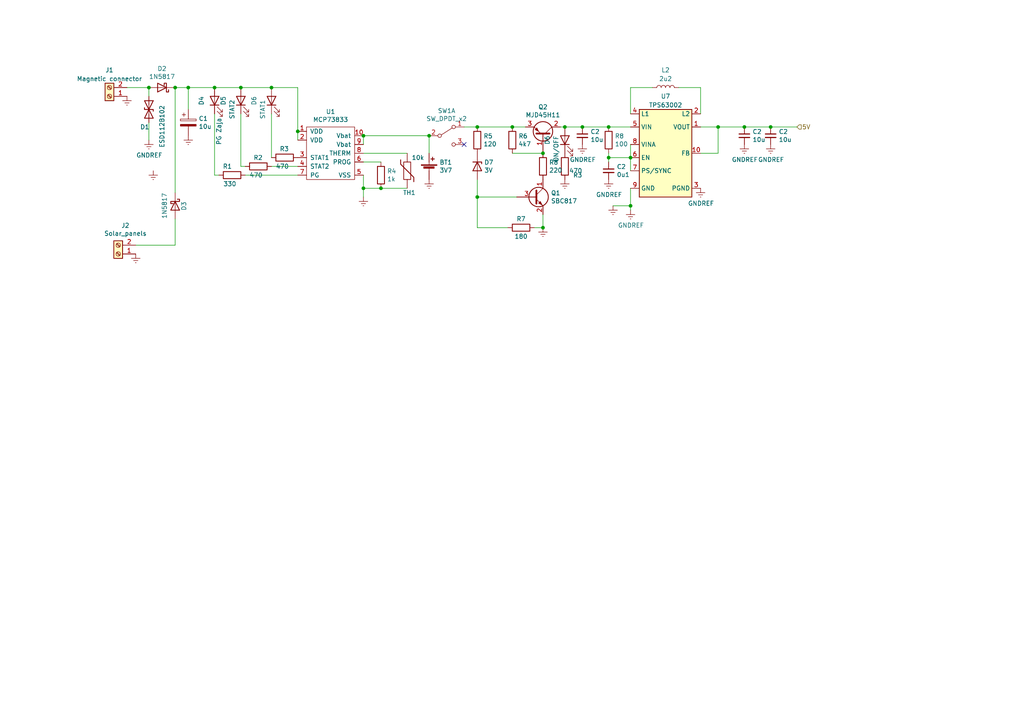
<source format=kicad_sch>
(kicad_sch (version 20230121) (generator eeschema)

  (uuid 803e13db-2708-41ec-9133-2fba218651e5)

  (paper "A4")

  (lib_symbols
    (symbol "Connector:Screw_Terminal_01x02" (pin_names (offset 1.016) hide) (in_bom yes) (on_board yes)
      (property "Reference" "J" (at 0 2.54 0)
        (effects (font (size 1.27 1.27)))
      )
      (property "Value" "Screw_Terminal_01x02" (at 0 -5.08 0)
        (effects (font (size 1.27 1.27)))
      )
      (property "Footprint" "" (at 0 0 0)
        (effects (font (size 1.27 1.27)) hide)
      )
      (property "Datasheet" "~" (at 0 0 0)
        (effects (font (size 1.27 1.27)) hide)
      )
      (property "ki_keywords" "screw terminal" (at 0 0 0)
        (effects (font (size 1.27 1.27)) hide)
      )
      (property "ki_description" "Generic screw terminal, single row, 01x02, script generated (kicad-library-utils/schlib/autogen/connector/)" (at 0 0 0)
        (effects (font (size 1.27 1.27)) hide)
      )
      (property "ki_fp_filters" "TerminalBlock*:*" (at 0 0 0)
        (effects (font (size 1.27 1.27)) hide)
      )
      (symbol "Screw_Terminal_01x02_1_1"
        (rectangle (start -1.27 1.27) (end 1.27 -3.81)
          (stroke (width 0.254) (type default))
          (fill (type background))
        )
        (circle (center 0 -2.54) (radius 0.635)
          (stroke (width 0.1524) (type default))
          (fill (type none))
        )
        (polyline
          (pts
            (xy -0.5334 -2.2098)
            (xy 0.3302 -3.048)
          )
          (stroke (width 0.1524) (type default))
          (fill (type none))
        )
        (polyline
          (pts
            (xy -0.5334 0.3302)
            (xy 0.3302 -0.508)
          )
          (stroke (width 0.1524) (type default))
          (fill (type none))
        )
        (polyline
          (pts
            (xy -0.3556 -2.032)
            (xy 0.508 -2.8702)
          )
          (stroke (width 0.1524) (type default))
          (fill (type none))
        )
        (polyline
          (pts
            (xy -0.3556 0.508)
            (xy 0.508 -0.3302)
          )
          (stroke (width 0.1524) (type default))
          (fill (type none))
        )
        (circle (center 0 0) (radius 0.635)
          (stroke (width 0.1524) (type default))
          (fill (type none))
        )
        (pin passive line (at -5.08 0 0) (length 3.81)
          (name "Pin_1" (effects (font (size 1.27 1.27))))
          (number "1" (effects (font (size 1.27 1.27))))
        )
        (pin passive line (at -5.08 -2.54 0) (length 3.81)
          (name "Pin_2" (effects (font (size 1.27 1.27))))
          (number "2" (effects (font (size 1.27 1.27))))
        )
      )
    )
    (symbol "Device:Battery_Cell" (pin_numbers hide) (pin_names (offset 0) hide) (in_bom yes) (on_board yes)
      (property "Reference" "BT" (at 2.54 2.54 0)
        (effects (font (size 1.27 1.27)) (justify left))
      )
      (property "Value" "Battery_Cell" (at 2.54 0 0)
        (effects (font (size 1.27 1.27)) (justify left))
      )
      (property "Footprint" "" (at 0 1.524 90)
        (effects (font (size 1.27 1.27)) hide)
      )
      (property "Datasheet" "~" (at 0 1.524 90)
        (effects (font (size 1.27 1.27)) hide)
      )
      (property "ki_keywords" "battery cell" (at 0 0 0)
        (effects (font (size 1.27 1.27)) hide)
      )
      (property "ki_description" "Single-cell battery" (at 0 0 0)
        (effects (font (size 1.27 1.27)) hide)
      )
      (symbol "Battery_Cell_0_1"
        (rectangle (start -2.286 1.778) (end 2.286 1.524)
          (stroke (width 0) (type default))
          (fill (type outline))
        )
        (rectangle (start -1.5748 1.1938) (end 1.4732 0.6858)
          (stroke (width 0) (type default))
          (fill (type outline))
        )
        (polyline
          (pts
            (xy 0 0.762)
            (xy 0 0)
          )
          (stroke (width 0) (type default))
          (fill (type none))
        )
        (polyline
          (pts
            (xy 0 1.778)
            (xy 0 2.54)
          )
          (stroke (width 0) (type default))
          (fill (type none))
        )
        (polyline
          (pts
            (xy 0.508 3.429)
            (xy 1.524 3.429)
          )
          (stroke (width 0.254) (type default))
          (fill (type none))
        )
        (polyline
          (pts
            (xy 1.016 3.937)
            (xy 1.016 2.921)
          )
          (stroke (width 0.254) (type default))
          (fill (type none))
        )
      )
      (symbol "Battery_Cell_1_1"
        (pin passive line (at 0 5.08 270) (length 2.54)
          (name "+" (effects (font (size 1.27 1.27))))
          (number "1" (effects (font (size 1.27 1.27))))
        )
        (pin passive line (at 0 -2.54 90) (length 2.54)
          (name "-" (effects (font (size 1.27 1.27))))
          (number "2" (effects (font (size 1.27 1.27))))
        )
      )
    )
    (symbol "Device:C_Small" (pin_numbers hide) (pin_names (offset 0.254) hide) (in_bom yes) (on_board yes)
      (property "Reference" "C" (at 0.254 1.778 0)
        (effects (font (size 1.27 1.27)) (justify left))
      )
      (property "Value" "C_Small" (at 0.254 -2.032 0)
        (effects (font (size 1.27 1.27)) (justify left))
      )
      (property "Footprint" "" (at 0 0 0)
        (effects (font (size 1.27 1.27)) hide)
      )
      (property "Datasheet" "~" (at 0 0 0)
        (effects (font (size 1.27 1.27)) hide)
      )
      (property "ki_keywords" "capacitor cap" (at 0 0 0)
        (effects (font (size 1.27 1.27)) hide)
      )
      (property "ki_description" "Unpolarized capacitor, small symbol" (at 0 0 0)
        (effects (font (size 1.27 1.27)) hide)
      )
      (property "ki_fp_filters" "C_*" (at 0 0 0)
        (effects (font (size 1.27 1.27)) hide)
      )
      (symbol "C_Small_0_1"
        (polyline
          (pts
            (xy -1.524 -0.508)
            (xy 1.524 -0.508)
          )
          (stroke (width 0.3302) (type default))
          (fill (type none))
        )
        (polyline
          (pts
            (xy -1.524 0.508)
            (xy 1.524 0.508)
          )
          (stroke (width 0.3048) (type default))
          (fill (type none))
        )
      )
      (symbol "C_Small_1_1"
        (pin passive line (at 0 2.54 270) (length 2.032)
          (name "~" (effects (font (size 1.27 1.27))))
          (number "1" (effects (font (size 1.27 1.27))))
        )
        (pin passive line (at 0 -2.54 90) (length 2.032)
          (name "~" (effects (font (size 1.27 1.27))))
          (number "2" (effects (font (size 1.27 1.27))))
        )
      )
    )
    (symbol "Device:D_TVS" (pin_numbers hide) (pin_names (offset 1.016) hide) (in_bom yes) (on_board yes)
      (property "Reference" "D" (at 0 2.54 0)
        (effects (font (size 1.27 1.27)))
      )
      (property "Value" "D_TVS" (at 0 -2.54 0)
        (effects (font (size 1.27 1.27)))
      )
      (property "Footprint" "" (at 0 0 0)
        (effects (font (size 1.27 1.27)) hide)
      )
      (property "Datasheet" "~" (at 0 0 0)
        (effects (font (size 1.27 1.27)) hide)
      )
      (property "ki_keywords" "diode TVS thyrector" (at 0 0 0)
        (effects (font (size 1.27 1.27)) hide)
      )
      (property "ki_description" "Bidirectional transient-voltage-suppression diode" (at 0 0 0)
        (effects (font (size 1.27 1.27)) hide)
      )
      (property "ki_fp_filters" "TO-???* *_Diode_* *SingleDiode* D_*" (at 0 0 0)
        (effects (font (size 1.27 1.27)) hide)
      )
      (symbol "D_TVS_0_1"
        (polyline
          (pts
            (xy 1.27 0)
            (xy -1.27 0)
          )
          (stroke (width 0) (type default))
          (fill (type none))
        )
        (polyline
          (pts
            (xy 0.508 1.27)
            (xy 0 1.27)
            (xy 0 -1.27)
            (xy -0.508 -1.27)
          )
          (stroke (width 0.254) (type default))
          (fill (type none))
        )
        (polyline
          (pts
            (xy -2.54 1.27)
            (xy -2.54 -1.27)
            (xy 2.54 1.27)
            (xy 2.54 -1.27)
            (xy -2.54 1.27)
          )
          (stroke (width 0.254) (type default))
          (fill (type none))
        )
      )
      (symbol "D_TVS_1_1"
        (pin passive line (at -3.81 0 0) (length 2.54)
          (name "A1" (effects (font (size 1.27 1.27))))
          (number "1" (effects (font (size 1.27 1.27))))
        )
        (pin passive line (at 3.81 0 180) (length 2.54)
          (name "A2" (effects (font (size 1.27 1.27))))
          (number "2" (effects (font (size 1.27 1.27))))
        )
      )
    )
    (symbol "Device:D_Zener" (pin_numbers hide) (pin_names (offset 1.016) hide) (in_bom yes) (on_board yes)
      (property "Reference" "D" (at 0 2.54 0)
        (effects (font (size 1.27 1.27)))
      )
      (property "Value" "D_Zener" (at 0 -2.54 0)
        (effects (font (size 1.27 1.27)))
      )
      (property "Footprint" "" (at 0 0 0)
        (effects (font (size 1.27 1.27)) hide)
      )
      (property "Datasheet" "~" (at 0 0 0)
        (effects (font (size 1.27 1.27)) hide)
      )
      (property "ki_keywords" "diode" (at 0 0 0)
        (effects (font (size 1.27 1.27)) hide)
      )
      (property "ki_description" "Zener diode" (at 0 0 0)
        (effects (font (size 1.27 1.27)) hide)
      )
      (property "ki_fp_filters" "TO-???* *_Diode_* *SingleDiode* D_*" (at 0 0 0)
        (effects (font (size 1.27 1.27)) hide)
      )
      (symbol "D_Zener_0_1"
        (polyline
          (pts
            (xy 1.27 0)
            (xy -1.27 0)
          )
          (stroke (width 0) (type default))
          (fill (type none))
        )
        (polyline
          (pts
            (xy -1.27 -1.27)
            (xy -1.27 1.27)
            (xy -0.762 1.27)
          )
          (stroke (width 0.254) (type default))
          (fill (type none))
        )
        (polyline
          (pts
            (xy 1.27 -1.27)
            (xy 1.27 1.27)
            (xy -1.27 0)
            (xy 1.27 -1.27)
          )
          (stroke (width 0.254) (type default))
          (fill (type none))
        )
      )
      (symbol "D_Zener_1_1"
        (pin passive line (at -3.81 0 0) (length 2.54)
          (name "K" (effects (font (size 1.27 1.27))))
          (number "1" (effects (font (size 1.27 1.27))))
        )
        (pin passive line (at 3.81 0 180) (length 2.54)
          (name "A" (effects (font (size 1.27 1.27))))
          (number "2" (effects (font (size 1.27 1.27))))
        )
      )
    )
    (symbol "Device:L" (pin_numbers hide) (pin_names (offset 1.016) hide) (in_bom yes) (on_board yes)
      (property "Reference" "L" (at -1.27 0 90)
        (effects (font (size 1.27 1.27)))
      )
      (property "Value" "L" (at 1.905 0 90)
        (effects (font (size 1.27 1.27)))
      )
      (property "Footprint" "" (at 0 0 0)
        (effects (font (size 1.27 1.27)) hide)
      )
      (property "Datasheet" "~" (at 0 0 0)
        (effects (font (size 1.27 1.27)) hide)
      )
      (property "ki_keywords" "inductor choke coil reactor magnetic" (at 0 0 0)
        (effects (font (size 1.27 1.27)) hide)
      )
      (property "ki_description" "Inductor" (at 0 0 0)
        (effects (font (size 1.27 1.27)) hide)
      )
      (property "ki_fp_filters" "Choke_* *Coil* Inductor_* L_*" (at 0 0 0)
        (effects (font (size 1.27 1.27)) hide)
      )
      (symbol "L_0_1"
        (arc (start 0 -2.54) (mid 0.6323 -1.905) (end 0 -1.27)
          (stroke (width 0) (type default))
          (fill (type none))
        )
        (arc (start 0 -1.27) (mid 0.6323 -0.635) (end 0 0)
          (stroke (width 0) (type default))
          (fill (type none))
        )
        (arc (start 0 0) (mid 0.6323 0.635) (end 0 1.27)
          (stroke (width 0) (type default))
          (fill (type none))
        )
        (arc (start 0 1.27) (mid 0.6323 1.905) (end 0 2.54)
          (stroke (width 0) (type default))
          (fill (type none))
        )
      )
      (symbol "L_1_1"
        (pin passive line (at 0 3.81 270) (length 1.27)
          (name "1" (effects (font (size 1.27 1.27))))
          (number "1" (effects (font (size 1.27 1.27))))
        )
        (pin passive line (at 0 -3.81 90) (length 1.27)
          (name "2" (effects (font (size 1.27 1.27))))
          (number "2" (effects (font (size 1.27 1.27))))
        )
      )
    )
    (symbol "Device:LED" (pin_numbers hide) (pin_names (offset 1.016) hide) (in_bom yes) (on_board yes)
      (property "Reference" "D" (at 0 2.54 0)
        (effects (font (size 1.27 1.27)))
      )
      (property "Value" "LED" (at 0 -2.54 0)
        (effects (font (size 1.27 1.27)))
      )
      (property "Footprint" "" (at 0 0 0)
        (effects (font (size 1.27 1.27)) hide)
      )
      (property "Datasheet" "~" (at 0 0 0)
        (effects (font (size 1.27 1.27)) hide)
      )
      (property "ki_keywords" "LED diode" (at 0 0 0)
        (effects (font (size 1.27 1.27)) hide)
      )
      (property "ki_description" "Light emitting diode" (at 0 0 0)
        (effects (font (size 1.27 1.27)) hide)
      )
      (property "ki_fp_filters" "LED* LED_SMD:* LED_THT:*" (at 0 0 0)
        (effects (font (size 1.27 1.27)) hide)
      )
      (symbol "LED_0_1"
        (polyline
          (pts
            (xy -1.27 -1.27)
            (xy -1.27 1.27)
          )
          (stroke (width 0.254) (type default))
          (fill (type none))
        )
        (polyline
          (pts
            (xy -1.27 0)
            (xy 1.27 0)
          )
          (stroke (width 0) (type default))
          (fill (type none))
        )
        (polyline
          (pts
            (xy 1.27 -1.27)
            (xy 1.27 1.27)
            (xy -1.27 0)
            (xy 1.27 -1.27)
          )
          (stroke (width 0.254) (type default))
          (fill (type none))
        )
        (polyline
          (pts
            (xy -3.048 -0.762)
            (xy -4.572 -2.286)
            (xy -3.81 -2.286)
            (xy -4.572 -2.286)
            (xy -4.572 -1.524)
          )
          (stroke (width 0) (type default))
          (fill (type none))
        )
        (polyline
          (pts
            (xy -1.778 -0.762)
            (xy -3.302 -2.286)
            (xy -2.54 -2.286)
            (xy -3.302 -2.286)
            (xy -3.302 -1.524)
          )
          (stroke (width 0) (type default))
          (fill (type none))
        )
      )
      (symbol "LED_1_1"
        (pin passive line (at -3.81 0 0) (length 2.54)
          (name "K" (effects (font (size 1.27 1.27))))
          (number "1" (effects (font (size 1.27 1.27))))
        )
        (pin passive line (at 3.81 0 180) (length 2.54)
          (name "A" (effects (font (size 1.27 1.27))))
          (number "2" (effects (font (size 1.27 1.27))))
        )
      )
    )
    (symbol "Device:Q_NPN_CEB" (pin_names (offset 0) hide) (in_bom yes) (on_board yes)
      (property "Reference" "Q" (at 5.08 1.27 0)
        (effects (font (size 1.27 1.27)) (justify left))
      )
      (property "Value" "Q_NPN_CEB" (at 5.08 -1.27 0)
        (effects (font (size 1.27 1.27)) (justify left))
      )
      (property "Footprint" "" (at 5.08 2.54 0)
        (effects (font (size 1.27 1.27)) hide)
      )
      (property "Datasheet" "~" (at 0 0 0)
        (effects (font (size 1.27 1.27)) hide)
      )
      (property "ki_keywords" "transistor NPN" (at 0 0 0)
        (effects (font (size 1.27 1.27)) hide)
      )
      (property "ki_description" "NPN transistor, collector/emitter/base" (at 0 0 0)
        (effects (font (size 1.27 1.27)) hide)
      )
      (symbol "Q_NPN_CEB_0_1"
        (polyline
          (pts
            (xy 0.635 0.635)
            (xy 2.54 2.54)
          )
          (stroke (width 0) (type default))
          (fill (type none))
        )
        (polyline
          (pts
            (xy 0.635 -0.635)
            (xy 2.54 -2.54)
            (xy 2.54 -2.54)
          )
          (stroke (width 0) (type default))
          (fill (type none))
        )
        (polyline
          (pts
            (xy 0.635 1.905)
            (xy 0.635 -1.905)
            (xy 0.635 -1.905)
          )
          (stroke (width 0.508) (type default))
          (fill (type none))
        )
        (polyline
          (pts
            (xy 1.27 -1.778)
            (xy 1.778 -1.27)
            (xy 2.286 -2.286)
            (xy 1.27 -1.778)
            (xy 1.27 -1.778)
          )
          (stroke (width 0) (type default))
          (fill (type outline))
        )
        (circle (center 1.27 0) (radius 2.8194)
          (stroke (width 0.254) (type default))
          (fill (type none))
        )
      )
      (symbol "Q_NPN_CEB_1_1"
        (pin passive line (at 2.54 5.08 270) (length 2.54)
          (name "C" (effects (font (size 1.27 1.27))))
          (number "1" (effects (font (size 1.27 1.27))))
        )
        (pin passive line (at 2.54 -5.08 90) (length 2.54)
          (name "E" (effects (font (size 1.27 1.27))))
          (number "2" (effects (font (size 1.27 1.27))))
        )
        (pin input line (at -5.08 0 0) (length 5.715)
          (name "B" (effects (font (size 1.27 1.27))))
          (number "3" (effects (font (size 1.27 1.27))))
        )
      )
    )
    (symbol "Device:Q_PNP_BCE" (pin_names (offset 0) hide) (in_bom yes) (on_board yes)
      (property "Reference" "Q" (at 5.08 1.27 0)
        (effects (font (size 1.27 1.27)) (justify left))
      )
      (property "Value" "Q_PNP_BCE" (at 5.08 -1.27 0)
        (effects (font (size 1.27 1.27)) (justify left))
      )
      (property "Footprint" "" (at 5.08 2.54 0)
        (effects (font (size 1.27 1.27)) hide)
      )
      (property "Datasheet" "~" (at 0 0 0)
        (effects (font (size 1.27 1.27)) hide)
      )
      (property "ki_keywords" "transistor PNP" (at 0 0 0)
        (effects (font (size 1.27 1.27)) hide)
      )
      (property "ki_description" "PNP transistor, base/collector/emitter" (at 0 0 0)
        (effects (font (size 1.27 1.27)) hide)
      )
      (symbol "Q_PNP_BCE_0_1"
        (polyline
          (pts
            (xy 0.635 0.635)
            (xy 2.54 2.54)
          )
          (stroke (width 0) (type default))
          (fill (type none))
        )
        (polyline
          (pts
            (xy 0.635 -0.635)
            (xy 2.54 -2.54)
            (xy 2.54 -2.54)
          )
          (stroke (width 0) (type default))
          (fill (type none))
        )
        (polyline
          (pts
            (xy 0.635 1.905)
            (xy 0.635 -1.905)
            (xy 0.635 -1.905)
          )
          (stroke (width 0.508) (type default))
          (fill (type none))
        )
        (polyline
          (pts
            (xy 2.286 -1.778)
            (xy 1.778 -2.286)
            (xy 1.27 -1.27)
            (xy 2.286 -1.778)
            (xy 2.286 -1.778)
          )
          (stroke (width 0) (type default))
          (fill (type outline))
        )
        (circle (center 1.27 0) (radius 2.8194)
          (stroke (width 0.254) (type default))
          (fill (type none))
        )
      )
      (symbol "Q_PNP_BCE_1_1"
        (pin input line (at -5.08 0 0) (length 5.715)
          (name "B" (effects (font (size 1.27 1.27))))
          (number "1" (effects (font (size 1.27 1.27))))
        )
        (pin passive line (at 2.54 5.08 270) (length 2.54)
          (name "C" (effects (font (size 1.27 1.27))))
          (number "2" (effects (font (size 1.27 1.27))))
        )
        (pin passive line (at 2.54 -5.08 90) (length 2.54)
          (name "E" (effects (font (size 1.27 1.27))))
          (number "3" (effects (font (size 1.27 1.27))))
        )
      )
    )
    (symbol "Device:R" (pin_numbers hide) (pin_names (offset 0)) (in_bom yes) (on_board yes)
      (property "Reference" "R" (at 2.032 0 90)
        (effects (font (size 1.27 1.27)))
      )
      (property "Value" "R" (at 0 0 90)
        (effects (font (size 1.27 1.27)))
      )
      (property "Footprint" "" (at -1.778 0 90)
        (effects (font (size 1.27 1.27)) hide)
      )
      (property "Datasheet" "~" (at 0 0 0)
        (effects (font (size 1.27 1.27)) hide)
      )
      (property "ki_keywords" "R res resistor" (at 0 0 0)
        (effects (font (size 1.27 1.27)) hide)
      )
      (property "ki_description" "Resistor" (at 0 0 0)
        (effects (font (size 1.27 1.27)) hide)
      )
      (property "ki_fp_filters" "R_*" (at 0 0 0)
        (effects (font (size 1.27 1.27)) hide)
      )
      (symbol "R_0_1"
        (rectangle (start -1.016 -2.54) (end 1.016 2.54)
          (stroke (width 0.254) (type default))
          (fill (type none))
        )
      )
      (symbol "R_1_1"
        (pin passive line (at 0 3.81 270) (length 1.27)
          (name "~" (effects (font (size 1.27 1.27))))
          (number "1" (effects (font (size 1.27 1.27))))
        )
        (pin passive line (at 0 -3.81 90) (length 1.27)
          (name "~" (effects (font (size 1.27 1.27))))
          (number "2" (effects (font (size 1.27 1.27))))
        )
      )
    )
    (symbol "Device:Thermistor" (pin_numbers hide) (pin_names (offset 0)) (in_bom yes) (on_board yes)
      (property "Reference" "TH" (at 2.54 1.27 90)
        (effects (font (size 1.27 1.27)))
      )
      (property "Value" "Thermistor" (at -2.54 0 90)
        (effects (font (size 1.27 1.27)) (justify bottom))
      )
      (property "Footprint" "" (at 0 0 0)
        (effects (font (size 1.27 1.27)) hide)
      )
      (property "Datasheet" "~" (at 0 0 0)
        (effects (font (size 1.27 1.27)) hide)
      )
      (property "ki_keywords" "R res thermistor" (at 0 0 0)
        (effects (font (size 1.27 1.27)) hide)
      )
      (property "ki_description" "Temperature dependent resistor" (at 0 0 0)
        (effects (font (size 1.27 1.27)) hide)
      )
      (property "ki_fp_filters" "R_*" (at 0 0 0)
        (effects (font (size 1.27 1.27)) hide)
      )
      (symbol "Thermistor_0_1"
        (rectangle (start -1.016 2.54) (end 1.016 -2.54)
          (stroke (width 0.2032) (type default))
          (fill (type none))
        )
        (polyline
          (pts
            (xy -1.905 3.175)
            (xy -1.905 1.905)
            (xy 1.905 -1.905)
            (xy 1.905 -3.175)
            (xy 1.905 -3.175)
          )
          (stroke (width 0.254) (type default))
          (fill (type none))
        )
      )
      (symbol "Thermistor_1_1"
        (pin passive line (at 0 5.08 270) (length 2.54)
          (name "~" (effects (font (size 1.27 1.27))))
          (number "1" (effects (font (size 1.27 1.27))))
        )
        (pin passive line (at 0 -5.08 90) (length 2.54)
          (name "~" (effects (font (size 1.27 1.27))))
          (number "2" (effects (font (size 1.27 1.27))))
        )
      )
    )
    (symbol "Diode:1N5817" (pin_numbers hide) (pin_names (offset 1.016) hide) (in_bom yes) (on_board yes)
      (property "Reference" "D" (at 0 2.54 0)
        (effects (font (size 1.27 1.27)))
      )
      (property "Value" "1N5817" (at 0 -2.54 0)
        (effects (font (size 1.27 1.27)))
      )
      (property "Footprint" "Diode_THT:D_DO-41_SOD81_P10.16mm_Horizontal" (at 0 -4.445 0)
        (effects (font (size 1.27 1.27)) hide)
      )
      (property "Datasheet" "http://www.vishay.com/docs/88525/1n5817.pdf" (at 0 0 0)
        (effects (font (size 1.27 1.27)) hide)
      )
      (property "ki_keywords" "diode Schottky" (at 0 0 0)
        (effects (font (size 1.27 1.27)) hide)
      )
      (property "ki_description" "20V 1A Schottky Barrier Rectifier Diode, DO-41" (at 0 0 0)
        (effects (font (size 1.27 1.27)) hide)
      )
      (property "ki_fp_filters" "D*DO?41*" (at 0 0 0)
        (effects (font (size 1.27 1.27)) hide)
      )
      (symbol "1N5817_0_1"
        (polyline
          (pts
            (xy 1.27 0)
            (xy -1.27 0)
          )
          (stroke (width 0) (type default))
          (fill (type none))
        )
        (polyline
          (pts
            (xy 1.27 1.27)
            (xy 1.27 -1.27)
            (xy -1.27 0)
            (xy 1.27 1.27)
          )
          (stroke (width 0.254) (type default))
          (fill (type none))
        )
        (polyline
          (pts
            (xy -1.905 0.635)
            (xy -1.905 1.27)
            (xy -1.27 1.27)
            (xy -1.27 -1.27)
            (xy -0.635 -1.27)
            (xy -0.635 -0.635)
          )
          (stroke (width 0.254) (type default))
          (fill (type none))
        )
      )
      (symbol "1N5817_1_1"
        (pin passive line (at -3.81 0 0) (length 2.54)
          (name "K" (effects (font (size 1.27 1.27))))
          (number "1" (effects (font (size 1.27 1.27))))
        )
        (pin passive line (at 3.81 0 180) (length 2.54)
          (name "A" (effects (font (size 1.27 1.27))))
          (number "2" (effects (font (size 1.27 1.27))))
        )
      )
    )
    (symbol "MyLibrary:MCP73833" (pin_names (offset 1.016)) (in_bom yes) (on_board yes)
      (property "Reference" "U" (at 0 19.05 0)
        (effects (font (size 1.27 1.27)))
      )
      (property "Value" "MCP73833" (at 0 0 0)
        (effects (font (size 1.27 1.27)))
      )
      (property "Footprint" "" (at 2.54 -2.54 0)
        (effects (font (size 1.27 1.27)) hide)
      )
      (property "Datasheet" "" (at 2.54 -2.54 0)
        (effects (font (size 1.27 1.27)) hide)
      )
      (symbol "MCP73833_0_1"
        (rectangle (start -7.62 17.78) (end 6.35 2.54)
          (stroke (width 0) (type solid))
          (fill (type none))
        )
      )
      (symbol "MCP73833_1_1"
        (pin input line (at -10.16 16.51 0) (length 2.54)
          (name "VDD" (effects (font (size 1.27 1.27))))
          (number "1" (effects (font (size 1.27 1.27))))
        )
        (pin output line (at 8.89 15.24 180) (length 2.54)
          (name "Vbat" (effects (font (size 1.27 1.27))))
          (number "10" (effects (font (size 1.27 1.27))))
        )
        (pin input line (at -10.16 13.97 0) (length 2.54)
          (name "VDD" (effects (font (size 1.27 1.27))))
          (number "2" (effects (font (size 1.27 1.27))))
        )
        (pin output line (at -10.16 8.89 0) (length 2.54)
          (name "STAT1" (effects (font (size 1.27 1.27))))
          (number "3" (effects (font (size 1.27 1.27))))
        )
        (pin output line (at -10.16 6.35 0) (length 2.54)
          (name "STAT2" (effects (font (size 1.27 1.27))))
          (number "4" (effects (font (size 1.27 1.27))))
        )
        (pin input line (at 8.89 3.81 180) (length 2.54)
          (name "VSS" (effects (font (size 1.27 1.27))))
          (number "5" (effects (font (size 1.27 1.27))))
        )
        (pin input line (at 8.89 7.62 180) (length 2.54)
          (name "PROG" (effects (font (size 1.27 1.27))))
          (number "6" (effects (font (size 1.27 1.27))))
        )
        (pin output line (at -10.16 3.81 0) (length 2.54)
          (name "PG" (effects (font (size 1.27 1.27))))
          (number "7" (effects (font (size 1.27 1.27))))
        )
        (pin input line (at 8.89 10.16 180) (length 2.54)
          (name "THERM" (effects (font (size 1.27 1.27))))
          (number "8" (effects (font (size 1.27 1.27))))
        )
        (pin output line (at 8.89 12.7 180) (length 2.54)
          (name "Vbat" (effects (font (size 1.27 1.27))))
          (number "9" (effects (font (size 1.27 1.27))))
        )
      )
    )
    (symbol "Regulator_Switching:TPS63002" (in_bom yes) (on_board yes)
      (property "Reference" "U7" (at 0 16.51 0)
        (effects (font (size 1.27 1.27)))
      )
      (property "Value" "TPS63002" (at 0 13.97 0)
        (effects (font (size 1.27 1.27)))
      )
      (property "Footprint" "Package_SON:Texas_DRC0010J_ThermalVias" (at 21.59 -13.97 0)
        (effects (font (size 1.27 1.27)) hide)
      )
      (property "Datasheet" "http://www.ti.com/lit/ds/symlink/tps63000.pdf" (at -7.62 13.97 0)
        (effects (font (size 1.27 1.27)) hide)
      )
      (property "ki_keywords" "Buck-Boost fixed 5V converter" (at 0 0 0)
        (effects (font (size 1.27 1.27)) hide)
      )
      (property "ki_description" "Buck-Boost Converter, 1.8-5.5V Input Voltage, 1.7A Switch Current, 5V Output Voltage, VSON-10" (at 0 0 0)
        (effects (font (size 1.27 1.27)) hide)
      )
      (property "ki_fp_filters" "Texas*DRC0010J*" (at 0 0 0)
        (effects (font (size 1.27 1.27)) hide)
      )
      (symbol "TPS63002_0_1"
        (rectangle (start -7.62 12.7) (end 7.62 -12.7)
          (stroke (width 0.254) (type default))
          (fill (type background))
        )
      )
      (symbol "TPS63002_1_1"
        (pin power_out line (at 10.16 7.62 180) (length 2.54)
          (name "VOUT" (effects (font (size 1.27 1.27))))
          (number "1" (effects (font (size 1.27 1.27))))
        )
        (pin input line (at 10.16 0 180) (length 2.54)
          (name "FB" (effects (font (size 1.27 1.27))))
          (number "10" (effects (font (size 1.27 1.27))))
        )
        (pin passive line (at 10.16 -10.16 180) (length 2.54) hide
          (name "PGND" (effects (font (size 1.27 1.27))))
          (number "11" (effects (font (size 1.27 1.27))))
        )
        (pin input line (at 10.16 11.43 180) (length 2.54)
          (name "L2" (effects (font (size 1.27 1.27))))
          (number "2" (effects (font (size 1.27 1.27))))
        )
        (pin power_in line (at 10.16 -10.16 180) (length 2.54)
          (name "PGND" (effects (font (size 1.27 1.27))))
          (number "3" (effects (font (size 1.27 1.27))))
        )
        (pin input line (at -10.16 11.43 0) (length 2.54)
          (name "L1" (effects (font (size 1.27 1.27))))
          (number "4" (effects (font (size 1.27 1.27))))
        )
        (pin power_in line (at -10.16 7.62 0) (length 2.54)
          (name "VIN" (effects (font (size 1.27 1.27))))
          (number "5" (effects (font (size 1.27 1.27))))
        )
        (pin input line (at -10.16 -1.27 0) (length 2.54)
          (name "EN" (effects (font (size 1.27 1.27))))
          (number "6" (effects (font (size 1.27 1.27))))
        )
        (pin input line (at -10.16 -5.08 0) (length 2.54)
          (name "PS/SYNC" (effects (font (size 1.27 1.27))))
          (number "7" (effects (font (size 1.27 1.27))))
        )
        (pin power_in line (at -10.16 2.54 0) (length 2.54)
          (name "VINA" (effects (font (size 1.27 1.27))))
          (number "8" (effects (font (size 1.27 1.27))))
        )
        (pin power_in line (at -10.16 -10.16 0) (length 2.54)
          (name "GND" (effects (font (size 1.27 1.27))))
          (number "9" (effects (font (size 1.27 1.27))))
        )
      )
    )
    (symbol "Switch:SW_DPDT_x2" (pin_names (offset 0) hide) (in_bom yes) (on_board yes)
      (property "Reference" "SW" (at 0 4.318 0)
        (effects (font (size 1.27 1.27)))
      )
      (property "Value" "SW_DPDT_x2" (at 0 -5.08 0)
        (effects (font (size 1.27 1.27)))
      )
      (property "Footprint" "" (at 0 0 0)
        (effects (font (size 1.27 1.27)) hide)
      )
      (property "Datasheet" "~" (at 0 0 0)
        (effects (font (size 1.27 1.27)) hide)
      )
      (property "ki_keywords" "switch dual-pole double-throw DPDT spdt ON-ON" (at 0 0 0)
        (effects (font (size 1.27 1.27)) hide)
      )
      (property "ki_description" "Switch, dual pole double throw, separate symbols" (at 0 0 0)
        (effects (font (size 1.27 1.27)) hide)
      )
      (property "ki_fp_filters" "SW*DPDT*" (at 0 0 0)
        (effects (font (size 1.27 1.27)) hide)
      )
      (symbol "SW_DPDT_x2_0_0"
        (circle (center -2.032 0) (radius 0.508)
          (stroke (width 0) (type default))
          (fill (type none))
        )
        (circle (center 2.032 -2.54) (radius 0.508)
          (stroke (width 0) (type default))
          (fill (type none))
        )
      )
      (symbol "SW_DPDT_x2_0_1"
        (polyline
          (pts
            (xy -1.524 0.254)
            (xy 1.651 2.286)
          )
          (stroke (width 0) (type default))
          (fill (type none))
        )
        (circle (center 2.032 2.54) (radius 0.508)
          (stroke (width 0) (type default))
          (fill (type none))
        )
      )
      (symbol "SW_DPDT_x2_1_1"
        (pin passive line (at 5.08 2.54 180) (length 2.54)
          (name "A" (effects (font (size 1.27 1.27))))
          (number "1" (effects (font (size 1.27 1.27))))
        )
        (pin passive line (at -5.08 0 0) (length 2.54)
          (name "B" (effects (font (size 1.27 1.27))))
          (number "2" (effects (font (size 1.27 1.27))))
        )
        (pin passive line (at 5.08 -2.54 180) (length 2.54)
          (name "C" (effects (font (size 1.27 1.27))))
          (number "3" (effects (font (size 1.27 1.27))))
        )
      )
      (symbol "SW_DPDT_x2_2_1"
        (pin passive line (at 5.08 2.54 180) (length 2.54)
          (name "A" (effects (font (size 1.27 1.27))))
          (number "4" (effects (font (size 1.27 1.27))))
        )
        (pin passive line (at -5.08 0 0) (length 2.54)
          (name "B" (effects (font (size 1.27 1.27))))
          (number "5" (effects (font (size 1.27 1.27))))
        )
        (pin passive line (at 5.08 -2.54 180) (length 2.54)
          (name "C" (effects (font (size 1.27 1.27))))
          (number "6" (effects (font (size 1.27 1.27))))
        )
      )
    )
    (symbol "kursa projekts 2-rescue:CP-Device" (pin_numbers hide) (pin_names (offset 0.254)) (in_bom yes) (on_board yes)
      (property "Reference" "C" (at 0.635 2.54 0)
        (effects (font (size 1.27 1.27)) (justify left))
      )
      (property "Value" "Device_CP" (at 0.635 -2.54 0)
        (effects (font (size 1.27 1.27)) (justify left))
      )
      (property "Footprint" "" (at 0.9652 -3.81 0)
        (effects (font (size 1.27 1.27)) hide)
      )
      (property "Datasheet" "" (at 0 0 0)
        (effects (font (size 1.27 1.27)) hide)
      )
      (property "ki_fp_filters" "CP_*" (at 0 0 0)
        (effects (font (size 1.27 1.27)) hide)
      )
      (symbol "CP-Device_0_1"
        (rectangle (start -2.286 0.508) (end 2.286 1.016)
          (stroke (width 0) (type solid))
          (fill (type none))
        )
        (polyline
          (pts
            (xy -1.778 2.286)
            (xy -0.762 2.286)
          )
          (stroke (width 0) (type solid))
          (fill (type none))
        )
        (polyline
          (pts
            (xy -1.27 2.794)
            (xy -1.27 1.778)
          )
          (stroke (width 0) (type solid))
          (fill (type none))
        )
        (rectangle (start 2.286 -0.508) (end -2.286 -1.016)
          (stroke (width 0) (type solid))
          (fill (type outline))
        )
      )
      (symbol "CP-Device_1_1"
        (pin passive line (at 0 3.81 270) (length 2.794)
          (name "~" (effects (font (size 1.27 1.27))))
          (number "1" (effects (font (size 1.27 1.27))))
        )
        (pin passive line (at 0 -3.81 90) (length 2.794)
          (name "~" (effects (font (size 1.27 1.27))))
          (number "2" (effects (font (size 1.27 1.27))))
        )
      )
    )
    (symbol "power:Earth" (power) (pin_names (offset 0)) (in_bom yes) (on_board yes)
      (property "Reference" "#PWR" (at 0 -6.35 0)
        (effects (font (size 1.27 1.27)) hide)
      )
      (property "Value" "Earth" (at 0 -3.81 0)
        (effects (font (size 1.27 1.27)) hide)
      )
      (property "Footprint" "" (at 0 0 0)
        (effects (font (size 1.27 1.27)) hide)
      )
      (property "Datasheet" "~" (at 0 0 0)
        (effects (font (size 1.27 1.27)) hide)
      )
      (property "ki_keywords" "global ground gnd" (at 0 0 0)
        (effects (font (size 1.27 1.27)) hide)
      )
      (property "ki_description" "Power symbol creates a global label with name \"Earth\"" (at 0 0 0)
        (effects (font (size 1.27 1.27)) hide)
      )
      (symbol "Earth_0_1"
        (polyline
          (pts
            (xy -0.635 -1.905)
            (xy 0.635 -1.905)
          )
          (stroke (width 0) (type default))
          (fill (type none))
        )
        (polyline
          (pts
            (xy -0.127 -2.54)
            (xy 0.127 -2.54)
          )
          (stroke (width 0) (type default))
          (fill (type none))
        )
        (polyline
          (pts
            (xy 0 -1.27)
            (xy 0 0)
          )
          (stroke (width 0) (type default))
          (fill (type none))
        )
        (polyline
          (pts
            (xy 1.27 -1.27)
            (xy -1.27 -1.27)
          )
          (stroke (width 0) (type default))
          (fill (type none))
        )
      )
      (symbol "Earth_1_1"
        (pin power_in line (at 0 0 270) (length 0) hide
          (name "Earth" (effects (font (size 1.27 1.27))))
          (number "1" (effects (font (size 1.27 1.27))))
        )
      )
    )
    (symbol "power:GNDREF" (power) (pin_names (offset 0)) (in_bom yes) (on_board yes)
      (property "Reference" "#PWR" (at 0 -6.35 0)
        (effects (font (size 1.27 1.27)) hide)
      )
      (property "Value" "GNDREF" (at 0 -3.81 0)
        (effects (font (size 1.27 1.27)))
      )
      (property "Footprint" "" (at 0 0 0)
        (effects (font (size 1.27 1.27)) hide)
      )
      (property "Datasheet" "" (at 0 0 0)
        (effects (font (size 1.27 1.27)) hide)
      )
      (property "ki_keywords" "global power" (at 0 0 0)
        (effects (font (size 1.27 1.27)) hide)
      )
      (property "ki_description" "Power symbol creates a global label with name \"GNDREF\" , reference supply ground" (at 0 0 0)
        (effects (font (size 1.27 1.27)) hide)
      )
      (symbol "GNDREF_0_1"
        (polyline
          (pts
            (xy -0.635 -1.905)
            (xy 0.635 -1.905)
          )
          (stroke (width 0) (type default))
          (fill (type none))
        )
        (polyline
          (pts
            (xy -0.127 -2.54)
            (xy 0.127 -2.54)
          )
          (stroke (width 0) (type default))
          (fill (type none))
        )
        (polyline
          (pts
            (xy 0 -1.27)
            (xy 0 0)
          )
          (stroke (width 0) (type default))
          (fill (type none))
        )
        (polyline
          (pts
            (xy 1.27 -1.27)
            (xy -1.27 -1.27)
          )
          (stroke (width 0) (type default))
          (fill (type none))
        )
      )
      (symbol "GNDREF_1_1"
        (pin power_in line (at 0 0 270) (length 0) hide
          (name "GNDREF" (effects (font (size 1.27 1.27))))
          (number "1" (effects (font (size 1.27 1.27))))
        )
      )
    )
  )

  (junction (at 168.91 36.83) (diameter 0) (color 0 0 0 0)
    (uuid 0706220b-8e3b-4931-b0bb-2579e93603d0)
  )
  (junction (at 69.85 25.4) (diameter 0) (color 0 0 0 0)
    (uuid 0d609b7d-8300-4211-bfcd-a5ccf9cbc91c)
  )
  (junction (at 157.48 66.04) (diameter 0) (color 0 0 0 0)
    (uuid 109988e3-1572-486f-acba-376fce021ce7)
  )
  (junction (at 62.23 25.4) (diameter 0) (color 0 0 0 0)
    (uuid 12303b72-304b-4eb8-ba35-9aa517564e2b)
  )
  (junction (at 54.61 25.4) (diameter 0) (color 0 0 0 0)
    (uuid 19ba5cfe-bb5c-43a4-bcd3-9371c441520f)
  )
  (junction (at 223.52 36.83) (diameter 0) (color 0 0 0 0)
    (uuid 2c89dc7b-f6a6-4027-aaf1-0a9462ee45f2)
  )
  (junction (at 182.88 45.72) (diameter 0) (color 0 0 0 0)
    (uuid 2e15e6fd-64e3-4836-8665-c947a16f2266)
  )
  (junction (at 124.46 39.37) (diameter 0) (color 0 0 0 0)
    (uuid 3ae95af9-041c-4120-ac83-a401e3b456ff)
  )
  (junction (at 110.49 54.61) (diameter 0) (color 0 0 0 0)
    (uuid 40663ea8-bdcf-453b-9039-a384905842af)
  )
  (junction (at 182.88 59.69) (diameter 0) (color 0 0 0 0)
    (uuid 566d64c5-0130-409d-96d4-7c3e338e8522)
  )
  (junction (at 148.59 36.83) (diameter 0) (color 0 0 0 0)
    (uuid 8621067b-f257-43d7-b309-d8c08a6b10b9)
  )
  (junction (at 105.41 39.37) (diameter 0) (color 0 0 0 0)
    (uuid 8b50fd85-482a-4d0d-a36d-3e527a5175d3)
  )
  (junction (at 176.53 36.83) (diameter 0) (color 0 0 0 0)
    (uuid 919ddf65-1961-438e-8a38-d1b9c74ad7dc)
  )
  (junction (at 105.41 54.61) (diameter 0) (color 0 0 0 0)
    (uuid 977ddd2c-cc0e-4389-b53a-ab913839e9a2)
  )
  (junction (at 138.43 57.15) (diameter 0) (color 0 0 0 0)
    (uuid 9a0cc610-a1ea-4dc8-a5b6-521dd0e10dc9)
  )
  (junction (at 157.48 44.45) (diameter 0) (color 0 0 0 0)
    (uuid a3066226-8f9e-4c18-9cad-df5e726c98c4)
  )
  (junction (at 215.9 36.83) (diameter 0) (color 0 0 0 0)
    (uuid a95cfee3-189e-41c9-a1bc-1355abda63e2)
  )
  (junction (at 43.18 25.4) (diameter 0) (color 0 0 0 0)
    (uuid c8f8a7ca-914f-45af-9297-85ef3d71f918)
  )
  (junction (at 208.28 36.83) (diameter 0) (color 0 0 0 0)
    (uuid cc7edd6b-52b1-4432-8cf5-0182a864792f)
  )
  (junction (at 86.36 38.1) (diameter 0) (color 0 0 0 0)
    (uuid d2830f38-146a-414c-a736-b167e7ad2fa3)
  )
  (junction (at 50.8 25.4) (diameter 0) (color 0 0 0 0)
    (uuid d7c64131-a190-474b-9cfb-11c7b2171566)
  )
  (junction (at 176.53 45.72) (diameter 0) (color 0 0 0 0)
    (uuid e11a5624-8f1e-4319-97fa-ad0d5c31be32)
  )
  (junction (at 138.43 36.83) (diameter 0) (color 0 0 0 0)
    (uuid ec7ba583-4ceb-4f37-b369-19484df0346b)
  )
  (junction (at 78.74 25.4) (diameter 0) (color 0 0 0 0)
    (uuid f26e32af-63ef-42ad-ae98-33b3a389b840)
  )
  (junction (at 163.83 36.83) (diameter 0) (color 0 0 0 0)
    (uuid fc524893-1fd2-4da3-9b30-97894fed1c00)
  )

  (no_connect (at 134.62 41.91) (uuid e8e7ede8-5590-4d61-94ba-ccb1cf27de35))

  (wire (pts (xy 105.41 44.45) (xy 118.11 44.45))
    (stroke (width 0) (type default))
    (uuid 02073bf9-92f9-42d4-a6e6-8c4835d5bb06)
  )
  (wire (pts (xy 231.14 36.83) (xy 223.52 36.83))
    (stroke (width 0) (type default))
    (uuid 0622dc6c-aabe-4256-9a89-52c784339b0b)
  )
  (wire (pts (xy 86.36 40.64) (xy 86.36 38.1))
    (stroke (width 0) (type default))
    (uuid 0b45e290-0329-4527-a774-4f032a67acf4)
  )
  (wire (pts (xy 54.61 25.4) (xy 50.8 25.4))
    (stroke (width 0) (type default))
    (uuid 0e2c69bd-dae8-430c-8bfa-b84845c8dc98)
  )
  (wire (pts (xy 138.43 57.15) (xy 138.43 66.04))
    (stroke (width 0) (type default))
    (uuid 17650d15-e7a0-4cea-a123-a480de5d4fee)
  )
  (wire (pts (xy 203.2 44.45) (xy 208.28 44.45))
    (stroke (width 0) (type default))
    (uuid 1d0f9f5f-65e5-44c8-b9b2-06f090fa247c)
  )
  (wire (pts (xy 157.48 62.23) (xy 157.48 66.04))
    (stroke (width 0) (type default))
    (uuid 1fa385ec-c094-49ce-b01d-dff734b42391)
  )
  (wire (pts (xy 86.36 25.4) (xy 78.74 25.4))
    (stroke (width 0) (type default))
    (uuid 21337328-b665-4063-8a52-556a40f782d2)
  )
  (wire (pts (xy 149.86 57.15) (xy 138.43 57.15))
    (stroke (width 0) (type default))
    (uuid 2aa52729-01e1-48e5-bd9f-209236812130)
  )
  (wire (pts (xy 69.85 33.02) (xy 69.85 48.26))
    (stroke (width 0) (type default))
    (uuid 2bf39abd-75d4-48b9-a5c8-a81925e609e8)
  )
  (wire (pts (xy 86.36 38.1) (xy 86.36 25.4))
    (stroke (width 0) (type default))
    (uuid 331e8635-387e-4a58-adbc-0aa6f111778a)
  )
  (wire (pts (xy 78.74 45.72) (xy 78.74 33.02))
    (stroke (width 0) (type default))
    (uuid 338fbbfd-a909-4a1d-af55-3165de8c0087)
  )
  (wire (pts (xy 69.85 48.26) (xy 71.12 48.26))
    (stroke (width 0) (type default))
    (uuid 36cc1b9a-5a09-4dfa-9469-6c3cdacf8e5f)
  )
  (wire (pts (xy 182.88 45.72) (xy 182.88 49.53))
    (stroke (width 0) (type default))
    (uuid 3f29fffd-1298-4a42-99a6-117c8a0990b3)
  )
  (wire (pts (xy 105.41 41.91) (xy 105.41 39.37))
    (stroke (width 0) (type default))
    (uuid 428fb06b-f7c7-46da-abad-f614f2e56f3c)
  )
  (wire (pts (xy 43.18 27.94) (xy 43.18 25.4))
    (stroke (width 0) (type default))
    (uuid 4770f5f9-0ecb-4825-ae6c-786e03a5ee83)
  )
  (wire (pts (xy 182.88 59.69) (xy 182.88 54.61))
    (stroke (width 0) (type default))
    (uuid 498824c1-71d5-4001-a6f4-d123fbd11f54)
  )
  (wire (pts (xy 182.88 41.91) (xy 182.88 45.72))
    (stroke (width 0) (type default))
    (uuid 4bf8578f-bca0-4f14-a57a-2d2d0d3287fb)
  )
  (wire (pts (xy 208.28 44.45) (xy 208.28 36.83))
    (stroke (width 0) (type default))
    (uuid 53e85579-1025-4406-8cca-7d58b2b60624)
  )
  (wire (pts (xy 138.43 36.83) (xy 134.62 36.83))
    (stroke (width 0) (type default))
    (uuid 542f2b0a-7772-4a63-9f1e-74def8190898)
  )
  (wire (pts (xy 39.37 71.12) (xy 50.8 71.12))
    (stroke (width 0) (type default))
    (uuid 60764357-b653-4c8f-bbd7-001a85563863)
  )
  (wire (pts (xy 78.74 48.26) (xy 86.36 48.26))
    (stroke (width 0) (type default))
    (uuid 691896fe-be7b-4d0b-a632-d358c2c46815)
  )
  (wire (pts (xy 223.52 36.83) (xy 215.9 36.83))
    (stroke (width 0) (type default))
    (uuid 698e58d7-9a90-491e-9e1d-3b3b6a813eba)
  )
  (wire (pts (xy 105.41 50.8) (xy 105.41 54.61))
    (stroke (width 0) (type default))
    (uuid 69fcc52c-a9b6-48b2-ad0a-f15bac82e59f)
  )
  (wire (pts (xy 182.88 36.83) (xy 176.53 36.83))
    (stroke (width 0) (type default))
    (uuid 6aee2cdf-974d-4612-957f-899e962d5c64)
  )
  (wire (pts (xy 138.43 52.07) (xy 138.43 57.15))
    (stroke (width 0) (type default))
    (uuid 6e05c62e-6b25-46ba-8aa2-833e927ea8a6)
  )
  (wire (pts (xy 203.2 33.02) (xy 203.2 25.4))
    (stroke (width 0) (type default))
    (uuid 736ef18c-84f3-4fbd-ae88-6a901848e90a)
  )
  (wire (pts (xy 176.53 45.72) (xy 182.88 45.72))
    (stroke (width 0) (type default))
    (uuid 75056fce-105d-469d-b1a1-823820a1651e)
  )
  (wire (pts (xy 118.11 54.61) (xy 110.49 54.61))
    (stroke (width 0) (type default))
    (uuid 77a37c8e-a7d6-4570-a9d0-3814436f3bbe)
  )
  (wire (pts (xy 138.43 36.83) (xy 148.59 36.83))
    (stroke (width 0) (type default))
    (uuid 7b0b5f76-5a9a-491e-9283-c542791e2dc0)
  )
  (wire (pts (xy 105.41 57.15) (xy 105.41 54.61))
    (stroke (width 0) (type default))
    (uuid 83f76a0d-70da-46db-a28b-32cc44bd42ba)
  )
  (wire (pts (xy 148.59 44.45) (xy 157.48 44.45))
    (stroke (width 0) (type default))
    (uuid 88725555-7a95-47e1-842a-9692c762c913)
  )
  (wire (pts (xy 50.8 25.4) (xy 50.8 55.88))
    (stroke (width 0) (type default))
    (uuid 894c338f-85c1-4267-9738-c8f393812317)
  )
  (wire (pts (xy 152.4 36.83) (xy 148.59 36.83))
    (stroke (width 0) (type default))
    (uuid 8b785d7a-1d89-4529-be22-43eb2737c5f6)
  )
  (wire (pts (xy 78.74 25.4) (xy 69.85 25.4))
    (stroke (width 0) (type default))
    (uuid 9233bc7b-8031-4176-a98b-5a890740e1ac)
  )
  (wire (pts (xy 54.61 31.75) (xy 54.61 25.4))
    (stroke (width 0) (type default))
    (uuid 9360d6f4-3780-499d-b641-ced8020b3511)
  )
  (wire (pts (xy 62.23 33.02) (xy 62.23 50.8))
    (stroke (width 0) (type default))
    (uuid 9b633247-fab0-4550-ad9f-99c131f2f6cc)
  )
  (wire (pts (xy 176.53 46.99) (xy 176.53 45.72))
    (stroke (width 0) (type default))
    (uuid 9e0da708-3168-46f5-8f1a-575ca4617654)
  )
  (wire (pts (xy 182.88 25.4) (xy 182.88 33.02))
    (stroke (width 0) (type default))
    (uuid a0064a64-86b9-470c-bc0c-a01d1893d0d0)
  )
  (wire (pts (xy 105.41 46.99) (xy 110.49 46.99))
    (stroke (width 0) (type default))
    (uuid a061122a-e1ab-4515-8225-affd905483a2)
  )
  (wire (pts (xy 71.12 50.8) (xy 86.36 50.8))
    (stroke (width 0) (type default))
    (uuid a146f747-2fc0-4fd3-a258-f8bae410dc44)
  )
  (wire (pts (xy 177.8 59.69) (xy 182.88 59.69))
    (stroke (width 0) (type default))
    (uuid a59a3f26-dedd-4c1c-88b6-8ceb5866c893)
  )
  (wire (pts (xy 176.53 36.83) (xy 168.91 36.83))
    (stroke (width 0) (type default))
    (uuid a5f2cb3c-13fb-4a7c-8ce6-31b52233cc66)
  )
  (wire (pts (xy 43.18 25.4) (xy 36.83 25.4))
    (stroke (width 0) (type default))
    (uuid a6114463-16f4-44a6-8d4c-b7ff6be7c316)
  )
  (wire (pts (xy 54.61 25.4) (xy 62.23 25.4))
    (stroke (width 0) (type default))
    (uuid af0df929-066a-42e4-9da7-a14a7d170478)
  )
  (wire (pts (xy 138.43 66.04) (xy 147.32 66.04))
    (stroke (width 0) (type default))
    (uuid b65eec87-23a9-47e3-9291-a8ce0ce48d7c)
  )
  (wire (pts (xy 105.41 54.61) (xy 110.49 54.61))
    (stroke (width 0) (type default))
    (uuid bb23e9bf-299a-409f-8d9e-0ab7664387c2)
  )
  (wire (pts (xy 168.91 36.83) (xy 163.83 36.83))
    (stroke (width 0) (type default))
    (uuid bc610afd-28e1-4cf3-9123-8fa605cba903)
  )
  (wire (pts (xy 208.28 36.83) (xy 203.2 36.83))
    (stroke (width 0) (type default))
    (uuid be94e5f9-a000-4997-9dfb-3502e5881e46)
  )
  (wire (pts (xy 62.23 50.8) (xy 63.5 50.8))
    (stroke (width 0) (type default))
    (uuid c296ebb1-cb68-4ac6-adc4-253c5c2708c4)
  )
  (wire (pts (xy 124.46 39.37) (xy 105.41 39.37))
    (stroke (width 0) (type default))
    (uuid c31e0741-1456-400a-9025-965f2d299bb8)
  )
  (wire (pts (xy 182.88 60.96) (xy 182.88 59.69))
    (stroke (width 0) (type default))
    (uuid c60d01ba-dff0-422a-862e-405e898b7449)
  )
  (wire (pts (xy 215.9 36.83) (xy 208.28 36.83))
    (stroke (width 0) (type default))
    (uuid c7453ef0-64d9-48a2-b573-489921e32086)
  )
  (wire (pts (xy 69.85 25.4) (xy 62.23 25.4))
    (stroke (width 0) (type default))
    (uuid cc95aa84-7006-4450-98cc-7b936a969da1)
  )
  (wire (pts (xy 43.18 40.64) (xy 43.18 35.56))
    (stroke (width 0) (type default))
    (uuid cfeb6774-88fd-4ba3-b2d6-a037f6f57b9f)
  )
  (wire (pts (xy 176.53 45.72) (xy 176.53 44.45))
    (stroke (width 0) (type default))
    (uuid d4c171f9-5b9c-4053-a3a4-374cb6a5c9a7)
  )
  (wire (pts (xy 203.2 25.4) (xy 196.85 25.4))
    (stroke (width 0) (type default))
    (uuid d4e60a81-5c46-4730-a32a-feff474af8a1)
  )
  (wire (pts (xy 50.8 63.5) (xy 50.8 71.12))
    (stroke (width 0) (type default))
    (uuid d4e9ac97-bde9-4b9b-9c30-de8e26143672)
  )
  (wire (pts (xy 163.83 36.83) (xy 162.56 36.83))
    (stroke (width 0) (type default))
    (uuid d66ff105-b1de-4309-afbb-9ee62e0020d5)
  )
  (wire (pts (xy 157.48 66.04) (xy 154.94 66.04))
    (stroke (width 0) (type default))
    (uuid ea6c77f3-2659-4f3d-900f-2bcedcdc472e)
  )
  (wire (pts (xy 189.23 25.4) (xy 182.88 25.4))
    (stroke (width 0) (type default))
    (uuid ee620460-2d0b-4d3f-8ac9-deb8b2caa5f1)
  )
  (wire (pts (xy 124.46 39.37) (xy 124.46 44.45))
    (stroke (width 0) (type default))
    (uuid ff14d5d7-3dbf-4d79-aa48-feee304ef9a9)
  )

  (hierarchical_label "5V" (shape input) (at 231.14 36.83 0) (fields_autoplaced)
    (effects (font (size 1.27 1.27)) (justify left))
    (uuid dfbe5644-1629-4fc1-a230-bb9805f3f8bb)
  )

  (symbol (lib_id "Device:LED") (at 69.85 29.21 90) (unit 1)
    (in_bom yes) (on_board yes) (dnp no)
    (uuid 00b1672c-7c14-4545-b736-be2213a8fbcb)
    (property "Reference" "D5" (at 64.77 29.21 0)
      (effects (font (size 1.27 1.27)))
    )
    (property "Value" "STAT2" (at 67.31 31.75 0)
      (effects (font (size 1.27 1.27)))
    )
    (property "Footprint" "LED_SMD:LED_0805_2012Metric" (at 69.85 29.21 0)
      (effects (font (size 1.27 1.27)) hide)
    )
    (property "Datasheet" "~" (at 69.85 29.21 0)
      (effects (font (size 1.27 1.27)) hide)
    )
    (pin "1" (uuid 8c7809c1-749d-45f3-a70c-e5ae69bb7fba))
    (pin "2" (uuid df600bf3-6274-4018-a324-79b438c255cb))
    (instances
      (project "kursa projekts 2"
        (path "/545a2faa-2381-4aac-bd87-ceae8eaeec05"
          (reference "D5") (unit 1)
        )
      )
      (project "sensor_system"
        (path "/d745cb62-8f4d-408c-9af8-25e31ee1e0d0/89b6e76f-e734-47f0-98b1-101fd9e540da"
          (reference "D6") (unit 1)
        )
      )
    )
  )

  (symbol (lib_id "power:Earth") (at 36.83 27.94 0) (unit 1)
    (in_bom yes) (on_board yes) (dnp no) (fields_autoplaced)
    (uuid 047b0dfa-8b0f-41a9-92fe-1e260a664973)
    (property "Reference" "#PWR032" (at 36.83 34.29 0)
      (effects (font (size 1.27 1.27)) hide)
    )
    (property "Value" "Earth" (at 36.83 31.75 0)
      (effects (font (size 1.27 1.27)) hide)
    )
    (property "Footprint" "" (at 36.83 27.94 0)
      (effects (font (size 1.27 1.27)) hide)
    )
    (property "Datasheet" "~" (at 36.83 27.94 0)
      (effects (font (size 1.27 1.27)) hide)
    )
    (pin "1" (uuid c48b0f1f-0644-428f-bb7b-14f1837a607b))
    (instances
      (project "sensor_system"
        (path "/d745cb62-8f4d-408c-9af8-25e31ee1e0d0/89b6e76f-e734-47f0-98b1-101fd9e540da"
          (reference "#PWR032") (unit 1)
        )
      )
    )
  )

  (symbol (lib_id "power:GNDREF") (at 43.18 40.64 0) (unit 1)
    (in_bom yes) (on_board yes) (dnp no)
    (uuid 08cba491-587b-49da-bd3f-45d188f25a7d)
    (property "Reference" "#PWR03" (at 43.18 46.99 0)
      (effects (font (size 1.27 1.27)) hide)
    )
    (property "Value" "GNDREF" (at 43.307 45.0342 0)
      (effects (font (size 1.27 1.27)))
    )
    (property "Footprint" "" (at 43.18 40.64 0)
      (effects (font (size 1.27 1.27)) hide)
    )
    (property "Datasheet" "" (at 43.18 40.64 0)
      (effects (font (size 1.27 1.27)) hide)
    )
    (pin "1" (uuid 0777125b-59dd-434a-945d-ba129bfd55d2))
    (instances
      (project "kursa projekts 2"
        (path "/545a2faa-2381-4aac-bd87-ceae8eaeec05"
          (reference "#PWR03") (unit 1)
        )
      )
      (project "sensor_system"
        (path "/d745cb62-8f4d-408c-9af8-25e31ee1e0d0/89b6e76f-e734-47f0-98b1-101fd9e540da"
          (reference "#PWR011") (unit 1)
        )
      )
    )
  )

  (symbol (lib_id "power:Earth") (at 105.41 57.15 0) (unit 1)
    (in_bom yes) (on_board yes) (dnp no) (fields_autoplaced)
    (uuid 0a64175d-c768-4032-bbb8-8a652faf018c)
    (property "Reference" "#PWR022" (at 105.41 63.5 0)
      (effects (font (size 1.27 1.27)) hide)
    )
    (property "Value" "Earth" (at 105.41 60.96 0)
      (effects (font (size 1.27 1.27)) hide)
    )
    (property "Footprint" "" (at 105.41 57.15 0)
      (effects (font (size 1.27 1.27)) hide)
    )
    (property "Datasheet" "~" (at 105.41 57.15 0)
      (effects (font (size 1.27 1.27)) hide)
    )
    (pin "1" (uuid d4bb3f57-657f-418d-abf4-e7dea5a3b951))
    (instances
      (project "sensor_system"
        (path "/d745cb62-8f4d-408c-9af8-25e31ee1e0d0/89b6e76f-e734-47f0-98b1-101fd9e540da"
          (reference "#PWR022") (unit 1)
        )
      )
    )
  )

  (symbol (lib_id "Device:R") (at 148.59 40.64 0) (unit 1)
    (in_bom yes) (on_board yes) (dnp no)
    (uuid 0b098876-eb95-47d4-ba64-892f1f01b2aa)
    (property "Reference" "R6" (at 150.368 39.4716 0)
      (effects (font (size 1.27 1.27)) (justify left))
    )
    (property "Value" "4k7" (at 150.368 41.783 0)
      (effects (font (size 1.27 1.27)) (justify left))
    )
    (property "Footprint" "Resistor_SMD:R_0805_2012Metric" (at 146.812 40.64 90)
      (effects (font (size 1.27 1.27)) hide)
    )
    (property "Datasheet" "~" (at 148.59 40.64 0)
      (effects (font (size 1.27 1.27)) hide)
    )
    (pin "1" (uuid abe10478-2000-471c-bf53-c9939e7bf437))
    (pin "2" (uuid 72591725-4644-417b-88b6-756495549fae))
    (instances
      (project "kursa projekts 2"
        (path "/545a2faa-2381-4aac-bd87-ceae8eaeec05"
          (reference "R6") (unit 1)
        )
      )
      (project "sensor_system"
        (path "/d745cb62-8f4d-408c-9af8-25e31ee1e0d0/89b6e76f-e734-47f0-98b1-101fd9e540da"
          (reference "R10") (unit 1)
        )
      )
    )
  )

  (symbol (lib_id "power:GNDREF") (at 176.53 52.07 0) (unit 1)
    (in_bom yes) (on_board yes) (dnp no)
    (uuid 0e66ebc2-2efe-4a77-8a30-fd2e2c06199b)
    (property "Reference" "#PWR07" (at 176.53 58.42 0)
      (effects (font (size 1.27 1.27)) hide)
    )
    (property "Value" "GNDREF" (at 176.657 56.4642 0)
      (effects (font (size 1.27 1.27)))
    )
    (property "Footprint" "" (at 176.53 52.07 0)
      (effects (font (size 1.27 1.27)) hide)
    )
    (property "Datasheet" "" (at 176.53 52.07 0)
      (effects (font (size 1.27 1.27)) hide)
    )
    (pin "1" (uuid ea218e72-898b-4dd7-8003-8b1ea7321027))
    (instances
      (project "kursa projekts 2"
        (path "/545a2faa-2381-4aac-bd87-ceae8eaeec05"
          (reference "#PWR07") (unit 1)
        )
      )
      (project "sensor_system"
        (path "/d745cb62-8f4d-408c-9af8-25e31ee1e0d0/89b6e76f-e734-47f0-98b1-101fd9e540da"
          (reference "#PWR025") (unit 1)
        )
      )
    )
  )

  (symbol (lib_id "Device:LED") (at 62.23 29.21 90) (unit 1)
    (in_bom yes) (on_board yes) (dnp no)
    (uuid 14164533-7bf9-4b19-a1d8-dd8ecf580e6b)
    (property "Reference" "D4" (at 58.42 29.21 0)
      (effects (font (size 1.27 1.27)))
    )
    (property "Value" "PG Zaļa" (at 63.5 38.1 0)
      (effects (font (size 1.27 1.27)))
    )
    (property "Footprint" "LED_SMD:LED_0805_2012Metric" (at 62.23 29.21 0)
      (effects (font (size 1.27 1.27)) hide)
    )
    (property "Datasheet" "~" (at 62.23 29.21 0)
      (effects (font (size 1.27 1.27)) hide)
    )
    (pin "1" (uuid e0f6f12a-3659-4982-9c40-e66e2d3c516a))
    (pin "2" (uuid 7027b895-bf82-498e-aa94-904888a89d1b))
    (instances
      (project "kursa projekts 2"
        (path "/545a2faa-2381-4aac-bd87-ceae8eaeec05"
          (reference "D4") (unit 1)
        )
      )
      (project "sensor_system"
        (path "/d745cb62-8f4d-408c-9af8-25e31ee1e0d0/89b6e76f-e734-47f0-98b1-101fd9e540da"
          (reference "D5") (unit 1)
        )
      )
    )
  )

  (symbol (lib_id "Device:R") (at 110.49 50.8 180) (unit 1)
    (in_bom yes) (on_board yes) (dnp no)
    (uuid 16b5fc99-59a7-4d5e-aabf-47d5ef38a2b0)
    (property "Reference" "R4" (at 112.268 49.6316 0)
      (effects (font (size 1.27 1.27)) (justify right))
    )
    (property "Value" "1k" (at 112.268 51.943 0)
      (effects (font (size 1.27 1.27)) (justify right))
    )
    (property "Footprint" "Resistor_SMD:R_0805_2012Metric" (at 112.268 50.8 90)
      (effects (font (size 1.27 1.27)) hide)
    )
    (property "Datasheet" "~" (at 110.49 50.8 0)
      (effects (font (size 1.27 1.27)) hide)
    )
    (pin "1" (uuid a32f44f1-b326-485b-8ab8-022238cc4b60))
    (pin "2" (uuid f1f2c800-b458-4fe8-9f7a-5e7800c068a4))
    (instances
      (project "kursa projekts 2"
        (path "/545a2faa-2381-4aac-bd87-ceae8eaeec05"
          (reference "R4") (unit 1)
        )
      )
      (project "sensor_system"
        (path "/d745cb62-8f4d-408c-9af8-25e31ee1e0d0/89b6e76f-e734-47f0-98b1-101fd9e540da"
          (reference "R8") (unit 1)
        )
      )
    )
  )

  (symbol (lib_id "power:Earth") (at 44.45 49.53 0) (unit 1)
    (in_bom yes) (on_board yes) (dnp no) (fields_autoplaced)
    (uuid 1b674ff7-338a-4bc5-bf75-90d84e39de70)
    (property "Reference" "#PWR030" (at 44.45 55.88 0)
      (effects (font (size 1.27 1.27)) hide)
    )
    (property "Value" "Earth" (at 44.45 53.34 0)
      (effects (font (size 1.27 1.27)) hide)
    )
    (property "Footprint" "" (at 44.45 49.53 0)
      (effects (font (size 1.27 1.27)) hide)
    )
    (property "Datasheet" "~" (at 44.45 49.53 0)
      (effects (font (size 1.27 1.27)) hide)
    )
    (pin "1" (uuid c7aef4c9-880c-49f4-aac0-627265e3f0c5))
    (instances
      (project "sensor_system"
        (path "/d745cb62-8f4d-408c-9af8-25e31ee1e0d0/89b6e76f-e734-47f0-98b1-101fd9e540da"
          (reference "#PWR030") (unit 1)
        )
      )
    )
  )

  (symbol (lib_id "Device:C_Small") (at 215.9 39.37 0) (unit 1)
    (in_bom yes) (on_board yes) (dnp no)
    (uuid 25bc3106-5e12-49a5-b54f-2b9af217fb38)
    (property "Reference" "C2" (at 218.2368 38.2016 0)
      (effects (font (size 1.27 1.27)) (justify left))
    )
    (property "Value" "10u" (at 218.2368 40.513 0)
      (effects (font (size 1.27 1.27)) (justify left))
    )
    (property "Footprint" "Capacitor_SMD:C_0603_1608Metric" (at 215.9 39.37 0)
      (effects (font (size 1.27 1.27)) hide)
    )
    (property "Datasheet" "~" (at 215.9 39.37 0)
      (effects (font (size 1.27 1.27)) hide)
    )
    (pin "1" (uuid 84e544a7-920a-4794-91dc-12e3a17edab6))
    (pin "2" (uuid 1f20d613-885a-466f-a4ab-227692695e2e))
    (instances
      (project "kursa projekts 2"
        (path "/545a2faa-2381-4aac-bd87-ceae8eaeec05"
          (reference "C2") (unit 1)
        )
      )
      (project "sensor_system"
        (path "/d745cb62-8f4d-408c-9af8-25e31ee1e0d0/89b6e76f-e734-47f0-98b1-101fd9e540da"
          (reference "C14") (unit 1)
        )
      )
    )
  )

  (symbol (lib_id "Connector:Screw_Terminal_01x02") (at 34.29 73.66 180) (unit 1)
    (in_bom yes) (on_board yes) (dnp no)
    (uuid 2b3d6f9f-1957-4d61-93d9-2a4f577d9e5b)
    (property "Reference" "J2" (at 36.3728 65.405 0)
      (effects (font (size 1.27 1.27)))
    )
    (property "Value" "Solar_panels" (at 36.3728 67.7164 0)
      (effects (font (size 1.27 1.27)))
    )
    (property "Footprint" "TestPoint:TestPoint_2Pads_Pitch2.54mm_Drill0.8mm" (at 34.29 73.66 0)
      (effects (font (size 1.27 1.27)) hide)
    )
    (property "Datasheet" "~" (at 34.29 73.66 0)
      (effects (font (size 1.27 1.27)) hide)
    )
    (pin "1" (uuid 48d3db09-05f0-4e20-88a8-09c64d0243b8))
    (pin "2" (uuid e653fa96-5f7e-4f12-83ea-c68fb8391598))
    (instances
      (project "kursa projekts 2"
        (path "/545a2faa-2381-4aac-bd87-ceae8eaeec05"
          (reference "J2") (unit 1)
        )
      )
      (project "sensor_system"
        (path "/d745cb62-8f4d-408c-9af8-25e31ee1e0d0/89b6e76f-e734-47f0-98b1-101fd9e540da"
          (reference "J2") (unit 1)
        )
      )
    )
  )

  (symbol (lib_id "Regulator_Switching:TPS63002") (at 193.04 44.45 0) (unit 1)
    (in_bom yes) (on_board yes) (dnp no) (fields_autoplaced)
    (uuid 3842c99f-fea5-4243-92dc-08d014a06f25)
    (property "Reference" "U7" (at 193.04 27.94 0)
      (effects (font (size 1.27 1.27)))
    )
    (property "Value" "TPS63002" (at 193.04 30.48 0)
      (effects (font (size 1.27 1.27)))
    )
    (property "Footprint" "Package_SON:Texas_DRC0010J_ThermalVias" (at 214.63 58.42 0)
      (effects (font (size 1.27 1.27)) hide)
    )
    (property "Datasheet" "http://www.ti.com/lit/ds/symlink/tps63000.pdf" (at 185.42 30.48 0)
      (effects (font (size 1.27 1.27)) hide)
    )
    (pin "1" (uuid b07f4e77-10ea-4d44-ad48-1449505d7e9d))
    (pin "10" (uuid 678effaf-7664-49dc-bfff-4c5c6493279a))
    (pin "11" (uuid 468a5450-cda1-420b-a02f-ce410d081f40))
    (pin "2" (uuid 74cb62ed-6619-4fc9-b03c-6f586561d25c))
    (pin "3" (uuid eb93bc38-d28a-490b-8903-942a51a52793))
    (pin "4" (uuid 56e3881c-b687-425a-b924-31f59aa60220))
    (pin "5" (uuid 11fa1670-f3ce-4fba-9af5-500b9838fd09))
    (pin "6" (uuid 0407a0a5-a063-40b8-be99-c02d58e278ef))
    (pin "7" (uuid 6a0eb987-849f-472c-904c-820e14f8c4b9))
    (pin "8" (uuid ab65fb53-5323-45c0-829b-deed83c47597))
    (pin "9" (uuid 317dc51b-3e26-4a6f-9809-b605f21c9894))
    (instances
      (project "sensor_system"
        (path "/d745cb62-8f4d-408c-9af8-25e31ee1e0d0/89b6e76f-e734-47f0-98b1-101fd9e540da"
          (reference "U7") (unit 1)
        )
      )
    )
  )

  (symbol (lib_id "Connector:Screw_Terminal_01x02") (at 31.75 27.94 180) (unit 1)
    (in_bom yes) (on_board yes) (dnp no) (fields_autoplaced)
    (uuid 412b5476-f9ed-456a-918b-7fc5f74d289d)
    (property "Reference" "J1" (at 31.75 20.32 0)
      (effects (font (size 1.27 1.27)))
    )
    (property "Value" "Magnetic connector" (at 31.75 22.86 0)
      (effects (font (size 1.27 1.27)))
    )
    (property "Footprint" "Magnetic connector:Magnetic connector" (at 31.75 27.94 0)
      (effects (font (size 1.27 1.27)) hide)
    )
    (property "Datasheet" "~" (at 31.75 27.94 0)
      (effects (font (size 1.27 1.27)) hide)
    )
    (pin "1" (uuid ebfe448a-e715-435b-a1a4-e76f62c9924e))
    (pin "2" (uuid 5295c5de-3d81-4ba4-a815-641e0062fa6f))
    (instances
      (project "sensor_system"
        (path "/d745cb62-8f4d-408c-9af8-25e31ee1e0d0/89b6e76f-e734-47f0-98b1-101fd9e540da"
          (reference "J1") (unit 1)
        )
      )
    )
  )

  (symbol (lib_id "Diode:1N5817") (at 46.99 25.4 180) (unit 1)
    (in_bom yes) (on_board yes) (dnp no)
    (uuid 453179f5-2898-4e82-a17a-9c444331b7dc)
    (property "Reference" "D2" (at 46.99 19.9136 0)
      (effects (font (size 1.27 1.27)))
    )
    (property "Value" "1N5817" (at 46.99 22.225 0)
      (effects (font (size 1.27 1.27)))
    )
    (property "Footprint" "Diode_SMD:D_SOD-123" (at 46.99 20.955 0)
      (effects (font (size 1.27 1.27)) hide)
    )
    (property "Datasheet" "http://www.vishay.com/docs/88525/1n5817.pdf" (at 46.99 25.4 0)
      (effects (font (size 1.27 1.27)) hide)
    )
    (pin "1" (uuid 05279109-5d25-4257-b7c4-b8f43af00c37))
    (pin "2" (uuid 913ac929-b22d-46d5-8c50-47e8e9d5388f))
    (instances
      (project "kursa projekts 2"
        (path "/545a2faa-2381-4aac-bd87-ceae8eaeec05"
          (reference "D2") (unit 1)
        )
      )
      (project "sensor_system"
        (path "/d745cb62-8f4d-408c-9af8-25e31ee1e0d0/89b6e76f-e734-47f0-98b1-101fd9e540da"
          (reference "D3") (unit 1)
        )
      )
    )
  )

  (symbol (lib_id "Device:R") (at 82.55 45.72 90) (unit 1)
    (in_bom yes) (on_board yes) (dnp no)
    (uuid 467283b1-0910-4374-8265-1642c79f8d29)
    (property "Reference" "R3" (at 83.82 43.18 90)
      (effects (font (size 1.27 1.27)) (justify left))
    )
    (property "Value" "470" (at 83.82 48.26 90)
      (effects (font (size 1.27 1.27)) (justify left))
    )
    (property "Footprint" "Resistor_SMD:R_0805_2012Metric" (at 82.55 47.498 90)
      (effects (font (size 1.27 1.27)) hide)
    )
    (property "Datasheet" "~" (at 82.55 45.72 0)
      (effects (font (size 1.27 1.27)) hide)
    )
    (pin "1" (uuid 02db4e7d-6369-4590-9b98-bb5d0390c723))
    (pin "2" (uuid 5507287f-2708-4400-bc06-f3d4956b27c6))
    (instances
      (project "kursa projekts 2"
        (path "/545a2faa-2381-4aac-bd87-ceae8eaeec05"
          (reference "R3") (unit 1)
        )
      )
      (project "sensor_system"
        (path "/d745cb62-8f4d-408c-9af8-25e31ee1e0d0/89b6e76f-e734-47f0-98b1-101fd9e540da"
          (reference "R7") (unit 1)
        )
      )
    )
  )

  (symbol (lib_id "Device:R") (at 67.31 50.8 90) (unit 1)
    (in_bom yes) (on_board yes) (dnp no)
    (uuid 492cb9ad-220e-4d59-a5d4-65f457f37446)
    (property "Reference" "R1" (at 67.31 48.26 90)
      (effects (font (size 1.27 1.27)) (justify left))
    )
    (property "Value" "330" (at 68.58 53.34 90)
      (effects (font (size 1.27 1.27)) (justify left))
    )
    (property "Footprint" "Resistor_SMD:R_0805_2012Metric" (at 67.31 52.578 90)
      (effects (font (size 1.27 1.27)) hide)
    )
    (property "Datasheet" "~" (at 67.31 50.8 0)
      (effects (font (size 1.27 1.27)) hide)
    )
    (pin "1" (uuid 11dbe83b-11dd-4bd2-bc6b-c588742d778f))
    (pin "2" (uuid 4b0568fd-f9f2-4dbc-8f44-55a38c31447d))
    (instances
      (project "kursa projekts 2"
        (path "/545a2faa-2381-4aac-bd87-ceae8eaeec05"
          (reference "R1") (unit 1)
        )
      )
      (project "sensor_system"
        (path "/d745cb62-8f4d-408c-9af8-25e31ee1e0d0/89b6e76f-e734-47f0-98b1-101fd9e540da"
          (reference "R5") (unit 1)
        )
      )
    )
  )

  (symbol (lib_id "Device:C_Small") (at 176.53 49.53 0) (unit 1)
    (in_bom yes) (on_board yes) (dnp no)
    (uuid 49f6e916-066a-450a-ad0c-c8990b58af90)
    (property "Reference" "C2" (at 178.8668 48.3616 0)
      (effects (font (size 1.27 1.27)) (justify left))
    )
    (property "Value" "0u1" (at 178.8668 50.673 0)
      (effects (font (size 1.27 1.27)) (justify left))
    )
    (property "Footprint" "Capacitor_SMD:C_0805_2012Metric" (at 176.53 49.53 0)
      (effects (font (size 1.27 1.27)) hide)
    )
    (property "Datasheet" "~" (at 176.53 49.53 0)
      (effects (font (size 1.27 1.27)) hide)
    )
    (pin "1" (uuid 444ddbf4-ae4c-4501-ae85-ebbd4707332d))
    (pin "2" (uuid aedeb600-7ccf-4e8f-b477-a11a11f056a3))
    (instances
      (project "kursa projekts 2"
        (path "/545a2faa-2381-4aac-bd87-ceae8eaeec05"
          (reference "C2") (unit 1)
        )
      )
      (project "sensor_system"
        (path "/d745cb62-8f4d-408c-9af8-25e31ee1e0d0/89b6e76f-e734-47f0-98b1-101fd9e540da"
          (reference "C10") (unit 1)
        )
      )
    )
  )

  (symbol (lib_id "Diode:1N5817") (at 50.8 59.69 270) (unit 1)
    (in_bom yes) (on_board yes) (dnp no)
    (uuid 4ac1ed36-b7c9-430e-b037-83d67d90c4a7)
    (property "Reference" "D3" (at 53.34 58.42 0)
      (effects (font (size 1.27 1.27)) (justify left))
    )
    (property "Value" "1N5817" (at 46.99 63.5 0)
      (effects (font (size 1.27 1.27)) (justify right bottom))
    )
    (property "Footprint" "Diode_SMD:D_SOD-123" (at 46.355 59.69 0)
      (effects (font (size 1.27 1.27)) hide)
    )
    (property "Datasheet" "http://www.vishay.com/docs/88525/1n5817.pdf" (at 50.8 59.69 0)
      (effects (font (size 1.27 1.27)) hide)
    )
    (pin "1" (uuid 118491de-8bb4-40c2-aece-b5293ae654bb))
    (pin "2" (uuid 0b142a12-fe5b-46f5-b27c-a8f8447ad629))
    (instances
      (project "kursa projekts 2"
        (path "/545a2faa-2381-4aac-bd87-ceae8eaeec05"
          (reference "D3") (unit 1)
        )
      )
      (project "sensor_system"
        (path "/d745cb62-8f4d-408c-9af8-25e31ee1e0d0/89b6e76f-e734-47f0-98b1-101fd9e540da"
          (reference "D4") (unit 1)
        )
      )
    )
  )

  (symbol (lib_id "power:Earth") (at 39.37 73.66 0) (unit 1)
    (in_bom yes) (on_board yes) (dnp no) (fields_autoplaced)
    (uuid 4b22c604-56cb-4db7-8593-48fbe32811b6)
    (property "Reference" "#PWR031" (at 39.37 80.01 0)
      (effects (font (size 1.27 1.27)) hide)
    )
    (property "Value" "Earth" (at 39.37 77.47 0)
      (effects (font (size 1.27 1.27)) hide)
    )
    (property "Footprint" "" (at 39.37 73.66 0)
      (effects (font (size 1.27 1.27)) hide)
    )
    (property "Datasheet" "~" (at 39.37 73.66 0)
      (effects (font (size 1.27 1.27)) hide)
    )
    (pin "1" (uuid ae81a093-bff1-4f6e-a9b7-cf856bd676f8))
    (instances
      (project "sensor_system"
        (path "/d745cb62-8f4d-408c-9af8-25e31ee1e0d0/89b6e76f-e734-47f0-98b1-101fd9e540da"
          (reference "#PWR031") (unit 1)
        )
      )
    )
  )

  (symbol (lib_id "power:GNDREF") (at 168.91 41.91 0) (unit 1)
    (in_bom yes) (on_board yes) (dnp no)
    (uuid 4bbe5d5d-d985-466a-b086-987b2e186633)
    (property "Reference" "#PWR07" (at 168.91 48.26 0)
      (effects (font (size 1.27 1.27)) hide)
    )
    (property "Value" "GNDREF" (at 169.037 46.3042 0)
      (effects (font (size 1.27 1.27)))
    )
    (property "Footprint" "" (at 168.91 41.91 0)
      (effects (font (size 1.27 1.27)) hide)
    )
    (property "Datasheet" "" (at 168.91 41.91 0)
      (effects (font (size 1.27 1.27)) hide)
    )
    (pin "1" (uuid 3893e0d3-415a-41f8-92c3-108f8c9bcc0c))
    (instances
      (project "kursa projekts 2"
        (path "/545a2faa-2381-4aac-bd87-ceae8eaeec05"
          (reference "#PWR07") (unit 1)
        )
      )
      (project "sensor_system"
        (path "/d745cb62-8f4d-408c-9af8-25e31ee1e0d0/89b6e76f-e734-47f0-98b1-101fd9e540da"
          (reference "#PWR026") (unit 1)
        )
      )
    )
  )

  (symbol (lib_id "Device:R") (at 176.53 40.64 0) (unit 1)
    (in_bom yes) (on_board yes) (dnp no)
    (uuid 55caf47a-6bc3-4679-bfea-e84a73fe7ad1)
    (property "Reference" "R8" (at 178.308 39.4716 0)
      (effects (font (size 1.27 1.27)) (justify left))
    )
    (property "Value" "100" (at 178.308 41.783 0)
      (effects (font (size 1.27 1.27)) (justify left))
    )
    (property "Footprint" "Resistor_SMD:R_0805_2012Metric" (at 174.752 40.64 90)
      (effects (font (size 1.27 1.27)) hide)
    )
    (property "Datasheet" "~" (at 176.53 40.64 0)
      (effects (font (size 1.27 1.27)) hide)
    )
    (pin "1" (uuid 34422655-9f47-43a8-96bb-cf7c16614297))
    (pin "2" (uuid ab560fc2-29ab-4779-afac-54fded16b136))
    (instances
      (project "kursa projekts 2"
        (path "/545a2faa-2381-4aac-bd87-ceae8eaeec05"
          (reference "R8") (unit 1)
        )
      )
      (project "sensor_system"
        (path "/d745cb62-8f4d-408c-9af8-25e31ee1e0d0/89b6e76f-e734-47f0-98b1-101fd9e540da"
          (reference "R16") (unit 1)
        )
      )
    )
  )

  (symbol (lib_id "Device:C_Small") (at 223.52 39.37 0) (unit 1)
    (in_bom yes) (on_board yes) (dnp no)
    (uuid 586ed3c0-c57f-4ac5-b7d2-57c5fc5e586e)
    (property "Reference" "C2" (at 225.8568 38.2016 0)
      (effects (font (size 1.27 1.27)) (justify left))
    )
    (property "Value" "10u" (at 225.8568 40.513 0)
      (effects (font (size 1.27 1.27)) (justify left))
    )
    (property "Footprint" "Capacitor_SMD:C_0603_1608Metric" (at 223.52 39.37 0)
      (effects (font (size 1.27 1.27)) hide)
    )
    (property "Datasheet" "~" (at 223.52 39.37 0)
      (effects (font (size 1.27 1.27)) hide)
    )
    (pin "1" (uuid 812c03c9-a8a8-4777-96d6-995874136ba1))
    (pin "2" (uuid 810f555e-918b-4d23-aea0-d99e2e04f685))
    (instances
      (project "kursa projekts 2"
        (path "/545a2faa-2381-4aac-bd87-ceae8eaeec05"
          (reference "C2") (unit 1)
        )
      )
      (project "sensor_system"
        (path "/d745cb62-8f4d-408c-9af8-25e31ee1e0d0/89b6e76f-e734-47f0-98b1-101fd9e540da"
          (reference "C15") (unit 1)
        )
      )
    )
  )

  (symbol (lib_id "power:GNDREF") (at 223.52 41.91 0) (unit 1)
    (in_bom yes) (on_board yes) (dnp no)
    (uuid 64466577-9af1-483d-af9d-5ad38229490c)
    (property "Reference" "#PWR07" (at 223.52 48.26 0)
      (effects (font (size 1.27 1.27)) hide)
    )
    (property "Value" "GNDREF" (at 223.647 46.3042 0)
      (effects (font (size 1.27 1.27)))
    )
    (property "Footprint" "" (at 223.52 41.91 0)
      (effects (font (size 1.27 1.27)) hide)
    )
    (property "Datasheet" "" (at 223.52 41.91 0)
      (effects (font (size 1.27 1.27)) hide)
    )
    (pin "1" (uuid 98ab4190-b625-482d-9a05-8a6ef4bc7e85))
    (instances
      (project "kursa projekts 2"
        (path "/545a2faa-2381-4aac-bd87-ceae8eaeec05"
          (reference "#PWR07") (unit 1)
        )
      )
      (project "sensor_system"
        (path "/d745cb62-8f4d-408c-9af8-25e31ee1e0d0/89b6e76f-e734-47f0-98b1-101fd9e540da"
          (reference "#PWR028") (unit 1)
        )
      )
    )
  )

  (symbol (lib_id "Device:L") (at 193.04 25.4 90) (unit 1)
    (in_bom yes) (on_board yes) (dnp no)
    (uuid 645fce03-6421-42d7-a1f2-51b790c39fe9)
    (property "Reference" "L2" (at 193.04 20.32 90)
      (effects (font (size 1.27 1.27)))
    )
    (property "Value" "2u2" (at 193.04 22.86 90)
      (effects (font (size 1.27 1.27)))
    )
    (property "Footprint" "Inductor_SMD:L_Coilcraft_LPS4018" (at 193.04 25.4 0)
      (effects (font (size 1.27 1.27)) hide)
    )
    (property "Datasheet" "~" (at 193.04 25.4 0)
      (effects (font (size 1.27 1.27)) hide)
    )
    (pin "1" (uuid fb9f0115-b1d0-49d5-b13b-ac2ab0443bd6))
    (pin "2" (uuid 453c3a53-eac2-4911-a6a7-ae4b7451e214))
    (instances
      (project "sensor_system"
        (path "/d745cb62-8f4d-408c-9af8-25e31ee1e0d0/89b6e76f-e734-47f0-98b1-101fd9e540da"
          (reference "L2") (unit 1)
        )
      )
    )
  )

  (symbol (lib_id "MyLibrary:MCP73833") (at 96.52 54.61 0) (unit 1)
    (in_bom yes) (on_board yes) (dnp no)
    (uuid 6490280a-8f04-4bd3-aa23-1730a7426d8c)
    (property "Reference" "U1" (at 95.885 32.385 0)
      (effects (font (size 1.27 1.27)))
    )
    (property "Value" "MCP73833" (at 95.885 34.6964 0)
      (effects (font (size 1.27 1.27)))
    )
    (property "Footprint" "MCP73833-BZI_UN:SOP50P490X110-10N" (at 99.06 57.15 0)
      (effects (font (size 1.27 1.27)) hide)
    )
    (property "Datasheet" "" (at 99.06 57.15 0)
      (effects (font (size 1.27 1.27)) hide)
    )
    (pin "1" (uuid ce80b6ed-7daf-4e88-936a-4742dfd410db))
    (pin "10" (uuid 263cfdc3-6d34-4ec4-8139-d8177d3e7f73))
    (pin "2" (uuid 5060c41a-8b82-4291-8b95-7cb094d93a93))
    (pin "3" (uuid ccbc0092-e793-48f4-b1cc-4452d44d702b))
    (pin "4" (uuid 7920fd88-5fde-4db1-b486-6417d1128e75))
    (pin "5" (uuid 40ec40f6-0068-4fdf-92fa-f276d3d5af39))
    (pin "6" (uuid 19ee9cf2-3989-4c3c-ac9e-eeab3107b969))
    (pin "7" (uuid 1aeaae0a-7cfb-4089-918a-24a855668366))
    (pin "8" (uuid 48d0ecdd-bdb2-4efc-bca5-bd702368d459))
    (pin "9" (uuid 4915595a-2538-4d23-8f00-dfe97d19be3f))
    (instances
      (project "kursa projekts 2"
        (path "/545a2faa-2381-4aac-bd87-ceae8eaeec05"
          (reference "U1") (unit 1)
        )
      )
      (project "sensor_system"
        (path "/d745cb62-8f4d-408c-9af8-25e31ee1e0d0/89b6e76f-e734-47f0-98b1-101fd9e540da"
          (reference "U3") (unit 1)
        )
      )
    )
  )

  (symbol (lib_id "Device:R") (at 138.43 40.64 0) (unit 1)
    (in_bom yes) (on_board yes) (dnp no)
    (uuid 6ed15fa7-cda8-46f2-9fae-fea0ed2c1254)
    (property "Reference" "R5" (at 140.208 39.4716 0)
      (effects (font (size 1.27 1.27)) (justify left))
    )
    (property "Value" "120" (at 140.208 41.783 0)
      (effects (font (size 1.27 1.27)) (justify left))
    )
    (property "Footprint" "Resistor_SMD:R_0805_2012Metric" (at 136.652 40.64 90)
      (effects (font (size 1.27 1.27)) hide)
    )
    (property "Datasheet" "~" (at 138.43 40.64 0)
      (effects (font (size 1.27 1.27)) hide)
    )
    (pin "1" (uuid ba8ef3d6-42e1-44d7-b768-d1478a8dfd36))
    (pin "2" (uuid b4cba87f-3e3d-4138-b383-18539a8073b5))
    (instances
      (project "kursa projekts 2"
        (path "/545a2faa-2381-4aac-bd87-ceae8eaeec05"
          (reference "R5") (unit 1)
        )
      )
      (project "sensor_system"
        (path "/d745cb62-8f4d-408c-9af8-25e31ee1e0d0/89b6e76f-e734-47f0-98b1-101fd9e540da"
          (reference "R9") (unit 1)
        )
      )
    )
  )

  (symbol (lib_id "Switch:SW_DPDT_x2") (at 129.54 39.37 0) (unit 1)
    (in_bom yes) (on_board yes) (dnp no)
    (uuid 73e0c2ae-8e13-434a-b7a6-7df79d4c17cf)
    (property "Reference" "SW1" (at 129.54 32.131 0)
      (effects (font (size 1.27 1.27)))
    )
    (property "Value" "SW_DPDT_x2" (at 129.54 34.4424 0)
      (effects (font (size 1.27 1.27)))
    )
    (property "Footprint" "Connector_PinHeader_2.54mm:PinHeader_1x03_P2.54mm_Horizontal" (at 129.54 39.37 0)
      (effects (font (size 1.27 1.27)) hide)
    )
    (property "Datasheet" "~" (at 129.54 39.37 0)
      (effects (font (size 1.27 1.27)) hide)
    )
    (pin "1" (uuid d4dda19d-ab1c-44f6-b886-8a35f3a28a4d))
    (pin "2" (uuid 23f55ab2-7dc7-47d0-8525-1f9d09a7a173))
    (pin "3" (uuid e32b77b7-569e-4c1a-9e08-d523a261c544))
    (pin "4" (uuid f3119df2-6388-47a8-98da-4796d1560621))
    (pin "5" (uuid b0d2d869-dd37-4f13-9d7b-4c060696a354))
    (pin "6" (uuid 139402d6-2ba0-4313-8eef-9b6267322ea1))
    (instances
      (project "kursa projekts 2"
        (path "/545a2faa-2381-4aac-bd87-ceae8eaeec05"
          (reference "SW1") (unit 1)
        )
      )
      (project "sensor_system"
        (path "/d745cb62-8f4d-408c-9af8-25e31ee1e0d0/89b6e76f-e734-47f0-98b1-101fd9e540da"
          (reference "SW1") (unit 1)
        )
      )
    )
  )

  (symbol (lib_id "kursa projekts 2-rescue:CP-Device") (at 54.61 35.56 0) (unit 1)
    (in_bom yes) (on_board yes) (dnp no)
    (uuid 77471ff7-bda3-4daa-aae7-9a37509e1ba1)
    (property "Reference" "C1" (at 57.6072 34.3916 0)
      (effects (font (size 1.27 1.27)) (justify left))
    )
    (property "Value" "10u" (at 57.6072 36.703 0)
      (effects (font (size 1.27 1.27)) (justify left))
    )
    (property "Footprint" "Capacitor_SMD:CP_Elec_4x5.4" (at 55.5752 39.37 0)
      (effects (font (size 1.27 1.27)) hide)
    )
    (property "Datasheet" "~" (at 54.61 35.56 0)
      (effects (font (size 1.27 1.27)) hide)
    )
    (pin "1" (uuid 9b1f237a-38f6-474e-b8a8-bb49a21a5472))
    (pin "2" (uuid e06138b3-6850-4239-a49c-4d44a69cae7a))
    (instances
      (project "kursa projekts 2"
        (path "/545a2faa-2381-4aac-bd87-ceae8eaeec05"
          (reference "C1") (unit 1)
        )
      )
      (project "sensor_system"
        (path "/d745cb62-8f4d-408c-9af8-25e31ee1e0d0/89b6e76f-e734-47f0-98b1-101fd9e540da"
          (reference "C9") (unit 1)
        )
      )
    )
  )

  (symbol (lib_id "Device:R") (at 151.13 66.04 90) (unit 1)
    (in_bom yes) (on_board yes) (dnp no)
    (uuid 7a9d7cbe-59e6-40b7-917e-b08064d1e536)
    (property "Reference" "R7" (at 151.13 63.5 90)
      (effects (font (size 1.27 1.27)))
    )
    (property "Value" "180" (at 151.13 68.58 90)
      (effects (font (size 1.27 1.27)))
    )
    (property "Footprint" "Resistor_SMD:R_0805_2012Metric" (at 151.13 67.818 90)
      (effects (font (size 1.27 1.27)) hide)
    )
    (property "Datasheet" "~" (at 151.13 66.04 0)
      (effects (font (size 1.27 1.27)) hide)
    )
    (pin "1" (uuid a2cedf3e-dc7c-4d10-a6b3-c59bf74a4d8d))
    (pin "2" (uuid 01617040-f236-4337-bc19-0de741ed7b6c))
    (instances
      (project "kursa projekts 2"
        (path "/545a2faa-2381-4aac-bd87-ceae8eaeec05"
          (reference "R7") (unit 1)
        )
      )
      (project "sensor_system"
        (path "/d745cb62-8f4d-408c-9af8-25e31ee1e0d0/89b6e76f-e734-47f0-98b1-101fd9e540da"
          (reference "R11") (unit 1)
        )
      )
    )
  )

  (symbol (lib_id "Device:Battery_Cell") (at 124.46 49.53 0) (unit 1)
    (in_bom yes) (on_board yes) (dnp no)
    (uuid 81aad2be-8996-4ec5-94b9-4e90d5c06007)
    (property "Reference" "BT1" (at 127.4572 47.0916 0)
      (effects (font (size 1.27 1.27)) (justify left))
    )
    (property "Value" "3V7" (at 127.4572 49.403 0)
      (effects (font (size 1.27 1.27)) (justify left))
    )
    (property "Footprint" "Connector_PinHeader_2.00mm:PinHeader_1x02_P2.00mm_Vertical" (at 124.46 48.006 90)
      (effects (font (size 1.27 1.27)) hide)
    )
    (property "Datasheet" "~" (at 124.46 48.006 90)
      (effects (font (size 1.27 1.27)) hide)
    )
    (pin "1" (uuid b343ce6a-4411-44b1-9231-9922ea0b2b67))
    (pin "2" (uuid 640f51d3-be81-4fff-9630-1b1937e50dd6))
    (instances
      (project "kursa projekts 2"
        (path "/545a2faa-2381-4aac-bd87-ceae8eaeec05"
          (reference "BT1") (unit 1)
        )
      )
      (project "sensor_system"
        (path "/d745cb62-8f4d-408c-9af8-25e31ee1e0d0/89b6e76f-e734-47f0-98b1-101fd9e540da"
          (reference "BT1") (unit 1)
        )
      )
    )
  )

  (symbol (lib_id "Device:LED") (at 163.83 40.64 90) (unit 1)
    (in_bom yes) (on_board yes) (dnp no)
    (uuid 8c31a51b-ef99-43bd-b2ea-8b0d202bc1e2)
    (property "Reference" "D6" (at 158.75 40.64 0)
      (effects (font (size 1.27 1.27)))
    )
    (property "Value" "ON/OFF" (at 161.29 43.18 0)
      (effects (font (size 1.27 1.27)))
    )
    (property "Footprint" "LED_SMD:LED_0603_1608Metric" (at 163.83 40.64 0)
      (effects (font (size 1.27 1.27)) hide)
    )
    (property "Datasheet" "~" (at 163.83 40.64 0)
      (effects (font (size 1.27 1.27)) hide)
    )
    (pin "1" (uuid 148acbfb-9d6b-4416-a3ab-80d7ed1fb67f))
    (pin "2" (uuid 127e9e78-616c-4c67-9561-72321d7cfdad))
    (instances
      (project "kursa projekts 2"
        (path "/545a2faa-2381-4aac-bd87-ceae8eaeec05"
          (reference "D6") (unit 1)
        )
      )
      (project "sensor_system"
        (path "/d745cb62-8f4d-408c-9af8-25e31ee1e0d0/89b6e76f-e734-47f0-98b1-101fd9e540da"
          (reference "D10") (unit 1)
        )
      )
    )
  )

  (symbol (lib_id "power:GNDREF") (at 203.2 54.61 0) (unit 1)
    (in_bom yes) (on_board yes) (dnp no)
    (uuid 919a57ce-442a-4b3f-b8c6-2e64e60628f0)
    (property "Reference" "#PWR07" (at 203.2 60.96 0)
      (effects (font (size 1.27 1.27)) hide)
    )
    (property "Value" "GNDREF" (at 203.327 59.0042 0)
      (effects (font (size 1.27 1.27)))
    )
    (property "Footprint" "" (at 203.2 54.61 0)
      (effects (font (size 1.27 1.27)) hide)
    )
    (property "Datasheet" "" (at 203.2 54.61 0)
      (effects (font (size 1.27 1.27)) hide)
    )
    (pin "1" (uuid 97412a87-1d94-48a1-97a3-b5e153dc515b))
    (instances
      (project "kursa projekts 2"
        (path "/545a2faa-2381-4aac-bd87-ceae8eaeec05"
          (reference "#PWR07") (unit 1)
        )
      )
      (project "sensor_system"
        (path "/d745cb62-8f4d-408c-9af8-25e31ee1e0d0/89b6e76f-e734-47f0-98b1-101fd9e540da"
          (reference "#PWR024") (unit 1)
        )
      )
    )
  )

  (symbol (lib_id "Device:LED") (at 78.74 29.21 90) (unit 1)
    (in_bom yes) (on_board yes) (dnp no)
    (uuid 9252c7e2-47ce-420d-82e8-695da2c8c45a)
    (property "Reference" "D6" (at 73.66 29.21 0)
      (effects (font (size 1.27 1.27)))
    )
    (property "Value" "STAT1" (at 76.2 31.75 0)
      (effects (font (size 1.27 1.27)))
    )
    (property "Footprint" "LED_SMD:LED_0603_1608Metric" (at 78.74 29.21 0)
      (effects (font (size 1.27 1.27)) hide)
    )
    (property "Datasheet" "~" (at 78.74 29.21 0)
      (effects (font (size 1.27 1.27)) hide)
    )
    (pin "1" (uuid ae3b135b-e5f5-4929-ba59-24b4b3d3a1e0))
    (pin "2" (uuid 8599486c-c9af-4a4a-9b40-ce99b6e52664))
    (instances
      (project "kursa projekts 2"
        (path "/545a2faa-2381-4aac-bd87-ceae8eaeec05"
          (reference "D6") (unit 1)
        )
      )
      (project "sensor_system"
        (path "/d745cb62-8f4d-408c-9af8-25e31ee1e0d0/89b6e76f-e734-47f0-98b1-101fd9e540da"
          (reference "D7") (unit 1)
        )
      )
    )
  )

  (symbol (lib_id "power:Earth") (at 124.46 52.07 0) (unit 1)
    (in_bom yes) (on_board yes) (dnp no) (fields_autoplaced)
    (uuid 94960144-7a25-4edf-bf50-7772975688b4)
    (property "Reference" "#PWR020" (at 124.46 58.42 0)
      (effects (font (size 1.27 1.27)) hide)
    )
    (property "Value" "Earth" (at 124.46 55.88 0)
      (effects (font (size 1.27 1.27)) hide)
    )
    (property "Footprint" "" (at 124.46 52.07 0)
      (effects (font (size 1.27 1.27)) hide)
    )
    (property "Datasheet" "~" (at 124.46 52.07 0)
      (effects (font (size 1.27 1.27)) hide)
    )
    (pin "1" (uuid c36f6ab7-150a-40a4-b985-3a4f2d1fd830))
    (instances
      (project "sensor_system"
        (path "/d745cb62-8f4d-408c-9af8-25e31ee1e0d0/89b6e76f-e734-47f0-98b1-101fd9e540da"
          (reference "#PWR020") (unit 1)
        )
      )
    )
  )

  (symbol (lib_id "Device:R") (at 74.93 48.26 90) (unit 1)
    (in_bom yes) (on_board yes) (dnp no)
    (uuid 94ef4fd9-e2f5-4439-8beb-dc209bf3090e)
    (property "Reference" "R2" (at 76.2 45.72 90)
      (effects (font (size 1.27 1.27)) (justify left))
    )
    (property "Value" "470" (at 76.2 50.8 90)
      (effects (font (size 1.27 1.27)) (justify left))
    )
    (property "Footprint" "Resistor_SMD:R_0805_2012Metric" (at 74.93 50.038 90)
      (effects (font (size 1.27 1.27)) hide)
    )
    (property "Datasheet" "~" (at 74.93 48.26 0)
      (effects (font (size 1.27 1.27)) hide)
    )
    (pin "1" (uuid c2f91316-e33e-4941-b7ae-a55949bcb442))
    (pin "2" (uuid 07963f45-3a4d-488a-90e7-1fda72cadeee))
    (instances
      (project "kursa projekts 2"
        (path "/545a2faa-2381-4aac-bd87-ceae8eaeec05"
          (reference "R2") (unit 1)
        )
      )
      (project "sensor_system"
        (path "/d745cb62-8f4d-408c-9af8-25e31ee1e0d0/89b6e76f-e734-47f0-98b1-101fd9e540da"
          (reference "R6") (unit 1)
        )
      )
    )
  )

  (symbol (lib_id "power:GNDREF") (at 182.88 60.96 0) (unit 1)
    (in_bom yes) (on_board yes) (dnp no)
    (uuid 96981b6b-e03f-44a3-a0a8-cb8ec1de7a61)
    (property "Reference" "#PWR07" (at 182.88 67.31 0)
      (effects (font (size 1.27 1.27)) hide)
    )
    (property "Value" "GNDREF" (at 183.007 65.3542 0)
      (effects (font (size 1.27 1.27)))
    )
    (property "Footprint" "" (at 182.88 60.96 0)
      (effects (font (size 1.27 1.27)) hide)
    )
    (property "Datasheet" "" (at 182.88 60.96 0)
      (effects (font (size 1.27 1.27)) hide)
    )
    (pin "1" (uuid d52aea6a-9f74-406e-a694-8257f29ef866))
    (instances
      (project "kursa projekts 2"
        (path "/545a2faa-2381-4aac-bd87-ceae8eaeec05"
          (reference "#PWR07") (unit 1)
        )
      )
      (project "sensor_system"
        (path "/d745cb62-8f4d-408c-9af8-25e31ee1e0d0/89b6e76f-e734-47f0-98b1-101fd9e540da"
          (reference "#PWR023") (unit 1)
        )
      )
    )
  )

  (symbol (lib_id "power:Earth") (at 54.61 39.37 0) (unit 1)
    (in_bom yes) (on_board yes) (dnp no) (fields_autoplaced)
    (uuid a878517e-eca3-4ede-a311-b8d279d8b50f)
    (property "Reference" "#PWR029" (at 54.61 45.72 0)
      (effects (font (size 1.27 1.27)) hide)
    )
    (property "Value" "Earth" (at 54.61 43.18 0)
      (effects (font (size 1.27 1.27)) hide)
    )
    (property "Footprint" "" (at 54.61 39.37 0)
      (effects (font (size 1.27 1.27)) hide)
    )
    (property "Datasheet" "~" (at 54.61 39.37 0)
      (effects (font (size 1.27 1.27)) hide)
    )
    (pin "1" (uuid 4220e5ca-b73c-4df8-bc6a-c9a0a340ae2d))
    (instances
      (project "sensor_system"
        (path "/d745cb62-8f4d-408c-9af8-25e31ee1e0d0/89b6e76f-e734-47f0-98b1-101fd9e540da"
          (reference "#PWR029") (unit 1)
        )
      )
    )
  )

  (symbol (lib_id "Device:R") (at 163.83 48.26 180) (unit 1)
    (in_bom yes) (on_board yes) (dnp no)
    (uuid ab52c4fd-b926-489a-905f-fd02883edaf6)
    (property "Reference" "R3" (at 168.91 50.8 0)
      (effects (font (size 1.27 1.27)) (justify left))
    )
    (property "Value" "470" (at 168.91 49.53 0)
      (effects (font (size 1.27 1.27)) (justify left))
    )
    (property "Footprint" "Resistor_SMD:R_0805_2012Metric" (at 165.608 48.26 90)
      (effects (font (size 1.27 1.27)) hide)
    )
    (property "Datasheet" "~" (at 163.83 48.26 0)
      (effects (font (size 1.27 1.27)) hide)
    )
    (pin "1" (uuid 510e5f2e-b72e-4b03-abaf-cee5322c7900))
    (pin "2" (uuid a77f9b88-dacd-48f3-9f3d-89189603707f))
    (instances
      (project "kursa projekts 2"
        (path "/545a2faa-2381-4aac-bd87-ceae8eaeec05"
          (reference "R3") (unit 1)
        )
      )
      (project "sensor_system"
        (path "/d745cb62-8f4d-408c-9af8-25e31ee1e0d0/89b6e76f-e734-47f0-98b1-101fd9e540da"
          (reference "R14") (unit 1)
        )
      )
    )
  )

  (symbol (lib_id "Device:C_Small") (at 168.91 39.37 0) (unit 1)
    (in_bom yes) (on_board yes) (dnp no)
    (uuid ad26520c-3c97-4cb1-a6a5-3957a2b460a7)
    (property "Reference" "C2" (at 171.2468 38.2016 0)
      (effects (font (size 1.27 1.27)) (justify left))
    )
    (property "Value" "10u" (at 171.2468 40.513 0)
      (effects (font (size 1.27 1.27)) (justify left))
    )
    (property "Footprint" "Capacitor_SMD:C_0603_1608Metric" (at 168.91 39.37 0)
      (effects (font (size 1.27 1.27)) hide)
    )
    (property "Datasheet" "~" (at 168.91 39.37 0)
      (effects (font (size 1.27 1.27)) hide)
    )
    (pin "1" (uuid 8dce3be6-e4e3-4733-80cd-10e888e40645))
    (pin "2" (uuid 72800df7-6f67-4bb6-8226-f02d3fab382e))
    (instances
      (project "kursa projekts 2"
        (path "/545a2faa-2381-4aac-bd87-ceae8eaeec05"
          (reference "C2") (unit 1)
        )
      )
      (project "sensor_system"
        (path "/d745cb62-8f4d-408c-9af8-25e31ee1e0d0/89b6e76f-e734-47f0-98b1-101fd9e540da"
          (reference "C13") (unit 1)
        )
      )
    )
  )

  (symbol (lib_id "power:GNDREF") (at 215.9 41.91 0) (unit 1)
    (in_bom yes) (on_board yes) (dnp no)
    (uuid b46db4da-8e32-45a5-9a62-ad37ffa3a9bd)
    (property "Reference" "#PWR07" (at 215.9 48.26 0)
      (effects (font (size 1.27 1.27)) hide)
    )
    (property "Value" "GNDREF" (at 216.027 46.3042 0)
      (effects (font (size 1.27 1.27)))
    )
    (property "Footprint" "" (at 215.9 41.91 0)
      (effects (font (size 1.27 1.27)) hide)
    )
    (property "Datasheet" "" (at 215.9 41.91 0)
      (effects (font (size 1.27 1.27)) hide)
    )
    (pin "1" (uuid 67c2a301-4ce1-4236-b3c8-a529adc64ff0))
    (instances
      (project "kursa projekts 2"
        (path "/545a2faa-2381-4aac-bd87-ceae8eaeec05"
          (reference "#PWR07") (unit 1)
        )
      )
      (project "sensor_system"
        (path "/d745cb62-8f4d-408c-9af8-25e31ee1e0d0/89b6e76f-e734-47f0-98b1-101fd9e540da"
          (reference "#PWR027") (unit 1)
        )
      )
    )
  )

  (symbol (lib_id "Device:D_TVS") (at 43.18 31.75 270) (unit 1)
    (in_bom yes) (on_board yes) (dnp no)
    (uuid ba6ff694-b13d-4375-8ad7-bc80b94453c1)
    (property "Reference" "D1" (at 40.64 36.83 90)
      (effects (font (size 1.27 1.27)) (justify left))
    )
    (property "Value" "ESD112B102" (at 46.99 30.48 0)
      (effects (font (size 1.27 1.27)) (justify left))
    )
    (property "Footprint" "Diode_SMD:D_01005_0402Metric" (at 43.18 31.75 0)
      (effects (font (size 1.27 1.27)) hide)
    )
    (property "Datasheet" "~" (at 43.18 31.75 0)
      (effects (font (size 1.27 1.27)) hide)
    )
    (pin "1" (uuid 6f22b1fd-f468-4552-90f3-1e66e01ba8c1))
    (pin "2" (uuid 107b9176-f3fe-4563-a175-43991b5a3f81))
    (instances
      (project "kursa projekts 2"
        (path "/545a2faa-2381-4aac-bd87-ceae8eaeec05"
          (reference "D1") (unit 1)
        )
      )
      (project "sensor_system"
        (path "/d745cb62-8f4d-408c-9af8-25e31ee1e0d0/89b6e76f-e734-47f0-98b1-101fd9e540da"
          (reference "D2") (unit 1)
        )
      )
    )
  )

  (symbol (lib_id "Device:Thermistor") (at 118.11 49.53 0) (unit 1)
    (in_bom yes) (on_board yes) (dnp no)
    (uuid ce7cde95-67b3-463f-86b0-9c483c6d5a4b)
    (property "Reference" "TH1" (at 116.84 55.88 0)
      (effects (font (size 1.27 1.27)) (justify left))
    )
    (property "Value" "10k" (at 119.38 45.72 0)
      (effects (font (size 1.27 1.27)) (justify left))
    )
    (property "Footprint" "Connector_PinHeader_2.00mm:PinHeader_1x02_P2.00mm_Vertical" (at 118.11 49.53 0)
      (effects (font (size 1.27 1.27)) hide)
    )
    (property "Datasheet" "~" (at 118.11 49.53 0)
      (effects (font (size 1.27 1.27)) hide)
    )
    (pin "1" (uuid 656bbeb9-4413-4c97-8848-90b09ea2dae9))
    (pin "2" (uuid f1f9affd-e9b7-4860-a2fc-17c8f65eec84))
    (instances
      (project "kursa projekts 2"
        (path "/545a2faa-2381-4aac-bd87-ceae8eaeec05"
          (reference "TH1") (unit 1)
        )
      )
      (project "sensor_system"
        (path "/d745cb62-8f4d-408c-9af8-25e31ee1e0d0/89b6e76f-e734-47f0-98b1-101fd9e540da"
          (reference "TH1") (unit 1)
        )
      )
    )
  )

  (symbol (lib_id "power:Earth") (at 163.83 52.07 0) (unit 1)
    (in_bom yes) (on_board yes) (dnp no) (fields_autoplaced)
    (uuid ceed62a8-5e3d-462d-b725-20bd36a574fa)
    (property "Reference" "#PWR018" (at 163.83 58.42 0)
      (effects (font (size 1.27 1.27)) hide)
    )
    (property "Value" "Earth" (at 163.83 55.88 0)
      (effects (font (size 1.27 1.27)) hide)
    )
    (property "Footprint" "" (at 163.83 52.07 0)
      (effects (font (size 1.27 1.27)) hide)
    )
    (property "Datasheet" "~" (at 163.83 52.07 0)
      (effects (font (size 1.27 1.27)) hide)
    )
    (pin "1" (uuid 6a4c424a-e43c-4a9d-8e0a-988263905b5a))
    (instances
      (project "sensor_system"
        (path "/d745cb62-8f4d-408c-9af8-25e31ee1e0d0/89b6e76f-e734-47f0-98b1-101fd9e540da"
          (reference "#PWR018") (unit 1)
        )
      )
    )
  )

  (symbol (lib_id "power:Earth") (at 177.8 59.69 0) (unit 1)
    (in_bom yes) (on_board yes) (dnp no) (fields_autoplaced)
    (uuid d5f04bfc-9153-41aa-ab7d-f5c76f00068a)
    (property "Reference" "#PWR08" (at 177.8 66.04 0)
      (effects (font (size 1.27 1.27)) hide)
    )
    (property "Value" "Earth" (at 177.8 63.5 0)
      (effects (font (size 1.27 1.27)) hide)
    )
    (property "Footprint" "" (at 177.8 59.69 0)
      (effects (font (size 1.27 1.27)) hide)
    )
    (property "Datasheet" "~" (at 177.8 59.69 0)
      (effects (font (size 1.27 1.27)) hide)
    )
    (pin "1" (uuid b8e47f87-ac1b-4f2f-a20f-407f5b52ca73))
    (instances
      (project "sensor_system"
        (path "/d745cb62-8f4d-408c-9af8-25e31ee1e0d0/89b6e76f-e734-47f0-98b1-101fd9e540da"
          (reference "#PWR08") (unit 1)
        )
      )
    )
  )

  (symbol (lib_id "power:Earth") (at 157.48 66.04 0) (unit 1)
    (in_bom yes) (on_board yes) (dnp no) (fields_autoplaced)
    (uuid d71e2c09-26f4-498b-af09-b34e74bc4622)
    (property "Reference" "#PWR019" (at 157.48 72.39 0)
      (effects (font (size 1.27 1.27)) hide)
    )
    (property "Value" "Earth" (at 157.48 69.85 0)
      (effects (font (size 1.27 1.27)) hide)
    )
    (property "Footprint" "" (at 157.48 66.04 0)
      (effects (font (size 1.27 1.27)) hide)
    )
    (property "Datasheet" "~" (at 157.48 66.04 0)
      (effects (font (size 1.27 1.27)) hide)
    )
    (pin "1" (uuid af7bcc34-7cdd-40c4-9900-aabeda3b0e1b))
    (instances
      (project "sensor_system"
        (path "/d745cb62-8f4d-408c-9af8-25e31ee1e0d0/89b6e76f-e734-47f0-98b1-101fd9e540da"
          (reference "#PWR019") (unit 1)
        )
      )
    )
  )

  (symbol (lib_id "Device:D_Zener") (at 138.43 48.26 270) (unit 1)
    (in_bom yes) (on_board yes) (dnp no)
    (uuid deaa001b-f82c-4ec1-8c01-187a3901ac16)
    (property "Reference" "D7" (at 140.4366 47.0916 90)
      (effects (font (size 1.27 1.27)) (justify left))
    )
    (property "Value" "3V" (at 140.4366 49.403 90)
      (effects (font (size 1.27 1.27)) (justify left))
    )
    (property "Footprint" "Diode_SMD:D_SOD-123F" (at 138.43 48.26 0)
      (effects (font (size 1.27 1.27)) hide)
    )
    (property "Datasheet" "~" (at 138.43 48.26 0)
      (effects (font (size 1.27 1.27)) hide)
    )
    (pin "1" (uuid a9c12b3d-6cbd-4c29-84e4-9c62af040721))
    (pin "2" (uuid fa9110e4-8517-47b9-bd3b-f9c35d4c621c))
    (instances
      (project "kursa projekts 2"
        (path "/545a2faa-2381-4aac-bd87-ceae8eaeec05"
          (reference "D7") (unit 1)
        )
      )
      (project "sensor_system"
        (path "/d745cb62-8f4d-408c-9af8-25e31ee1e0d0/89b6e76f-e734-47f0-98b1-101fd9e540da"
          (reference "D8") (unit 1)
        )
      )
    )
  )

  (symbol (lib_id "Device:Q_NPN_CEB") (at 154.94 57.15 0) (unit 1)
    (in_bom yes) (on_board yes) (dnp no)
    (uuid f81b3b8a-99e7-41eb-9c37-8b41a348107c)
    (property "Reference" "Q1" (at 159.7914 55.9816 0)
      (effects (font (size 1.27 1.27)) (justify left))
    )
    (property "Value" "SBC817" (at 159.7914 58.293 0)
      (effects (font (size 1.27 1.27)) (justify left))
    )
    (property "Footprint" "Package_TO_SOT_SMD:SOT-23-3" (at 160.02 54.61 0)
      (effects (font (size 1.27 1.27)) hide)
    )
    (property "Datasheet" "~" (at 154.94 57.15 0)
      (effects (font (size 1.27 1.27)) hide)
    )
    (pin "1" (uuid a7ef6548-7b82-462c-8770-3e98f24ffdbd))
    (pin "2" (uuid ff2e8b77-71f1-4ccd-987e-310bd92fb998))
    (pin "3" (uuid d5fc6430-ed71-498d-8bf2-4ace0d781426))
    (instances
      (project "kursa projekts 2"
        (path "/545a2faa-2381-4aac-bd87-ceae8eaeec05"
          (reference "Q1") (unit 1)
        )
      )
      (project "sensor_system"
        (path "/d745cb62-8f4d-408c-9af8-25e31ee1e0d0/89b6e76f-e734-47f0-98b1-101fd9e540da"
          (reference "Q1") (unit 1)
        )
      )
    )
  )

  (symbol (lib_id "Device:Q_PNP_BCE") (at 157.48 39.37 270) (mirror x) (unit 1)
    (in_bom yes) (on_board yes) (dnp no)
    (uuid f936ac7a-8aaf-4853-98ad-147f2c8250da)
    (property "Reference" "Q2" (at 157.48 31.0388 90)
      (effects (font (size 1.27 1.27)))
    )
    (property "Value" "MJD45H11" (at 157.48 33.3502 90)
      (effects (font (size 1.27 1.27)))
    )
    (property "Footprint" "Package_TO_SOT_SMD:TO-252-2" (at 160.02 34.29 0)
      (effects (font (size 1.27 1.27)) hide)
    )
    (property "Datasheet" "~" (at 157.48 39.37 0)
      (effects (font (size 1.27 1.27)) hide)
    )
    (pin "1" (uuid 682550f0-952d-4d54-a2dd-5cd3102c26d2))
    (pin "2" (uuid 084f31e2-3d95-4132-b32e-023959b3165e))
    (pin "3" (uuid 9d07a0a1-4b75-4d58-b7af-79001ac131f3))
    (instances
      (project "kursa projekts 2"
        (path "/545a2faa-2381-4aac-bd87-ceae8eaeec05"
          (reference "Q2") (unit 1)
        )
      )
      (project "sensor_system"
        (path "/d745cb62-8f4d-408c-9af8-25e31ee1e0d0/89b6e76f-e734-47f0-98b1-101fd9e540da"
          (reference "Q2") (unit 1)
        )
      )
    )
  )

  (symbol (lib_id "Device:R") (at 157.48 48.26 0) (unit 1)
    (in_bom yes) (on_board yes) (dnp no)
    (uuid fc6aaf21-c173-4735-bf89-38b92c809cc2)
    (property "Reference" "R8" (at 159.258 47.0916 0)
      (effects (font (size 1.27 1.27)) (justify left))
    )
    (property "Value" "220" (at 159.258 49.403 0)
      (effects (font (size 1.27 1.27)) (justify left))
    )
    (property "Footprint" "Resistor_SMD:R_0805_2012Metric" (at 155.702 48.26 90)
      (effects (font (size 1.27 1.27)) hide)
    )
    (property "Datasheet" "~" (at 157.48 48.26 0)
      (effects (font (size 1.27 1.27)) hide)
    )
    (pin "1" (uuid 2b82eecb-8bac-4eb5-8d8b-3d15044400a8))
    (pin "2" (uuid 6bef1f7e-238e-4634-a616-6722159d203b))
    (instances
      (project "kursa projekts 2"
        (path "/545a2faa-2381-4aac-bd87-ceae8eaeec05"
          (reference "R8") (unit 1)
        )
      )
      (project "sensor_system"
        (path "/d745cb62-8f4d-408c-9af8-25e31ee1e0d0/89b6e76f-e734-47f0-98b1-101fd9e540da"
          (reference "R12") (unit 1)
        )
      )
    )
  )
)

</source>
